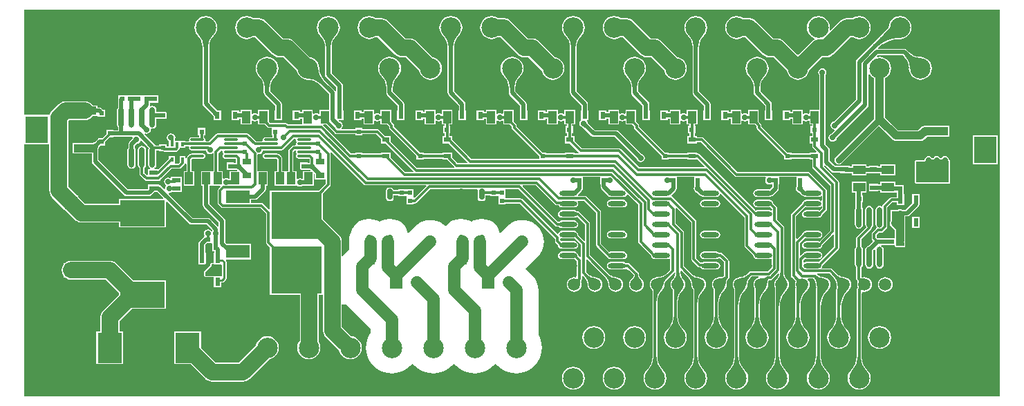
<source format=gtl>
%FSLAX44Y44*%
%MOMM*%
G71*
G01*
G75*
G04 Layer_Physical_Order=1*
G04 Layer_Color=255*
%ADD10C,0.3000*%
%ADD11C,0.5000*%
%ADD12O,2.1500X0.6000*%
%ADD13R,3.0000X1.6000*%
%ADD14R,6.2000X5.8000*%
%ADD15O,0.7000X2.5000*%
%ADD16R,2.7000X1.0000*%
%ADD17R,2.7000X3.3000*%
%ADD18R,0.6300X0.8300*%
%ADD19R,1.0000X1.5000*%
G04:AMPARAMS|DCode=20|XSize=0.6mm|YSize=1.3mm|CornerRadius=0.15mm|HoleSize=0mm|Usage=FLASHONLY|Rotation=180.000|XOffset=0mm|YOffset=0mm|HoleType=Round|Shape=RoundedRectangle|*
%AMROUNDEDRECTD20*
21,1,0.6000,1.0000,0,0,180.0*
21,1,0.3000,1.3000,0,0,180.0*
1,1,0.3000,-0.1500,0.5000*
1,1,0.3000,0.1500,0.5000*
1,1,0.3000,0.1500,-0.5000*
1,1,0.3000,-0.1500,-0.5000*
%
%ADD20ROUNDEDRECTD20*%
%ADD21R,5.5000X3.2000*%
%ADD22R,0.6000X0.6000*%
%ADD23R,0.6000X0.6000*%
%ADD24R,0.9000X0.6000*%
%ADD25R,0.8300X0.6300*%
%ADD26R,1.0000X0.8000*%
%ADD27R,1.5000X2.1000*%
%ADD28R,3.0000X3.7500*%
%ADD29R,1.5000X1.0000*%
%ADD30R,0.6000X1.1000*%
%ADD31O,1.7000X0.3000*%
%ADD32R,0.4500X0.6000*%
%ADD33R,1.1000X0.6000*%
%ADD34C,1.8000*%
%ADD35C,1.5000*%
%ADD36C,2.0000*%
%ADD37C,0.7500*%
%ADD38C,1.0000*%
%ADD39C,0.2600*%
%ADD40C,0.2500*%
%ADD41C,2.5000*%
%ADD42C,1.5000*%
%ADD43R,1.5000X1.5000*%
%ADD44C,6.0000*%
%ADD45C,1.6000*%
%ADD46C,0.7000*%
G36*
X244949Y304292D02*
X245632Y303460D01*
X245441Y302500D01*
X245674Y301329D01*
X246337Y300337D01*
Y299663D01*
X245674Y298671D01*
X245441Y297500D01*
X245674Y296330D01*
X246337Y295337D01*
X247330Y294674D01*
X248500Y294441D01*
X261233D01*
X261941Y293733D01*
Y289079D01*
X259500D01*
Y289500D01*
X250500D01*
Y280500D01*
X259500D01*
Y280922D01*
X262104D01*
X263049Y280290D01*
X263181Y280264D01*
X263057Y279000D01*
X254000D01*
Y270188D01*
X252880Y269589D01*
X251951Y270210D01*
X250000Y270598D01*
X248049Y270210D01*
X247120Y269589D01*
X246000Y270188D01*
Y279000D01*
X240559D01*
Y301233D01*
X243680Y304355D01*
X244949Y304292D01*
D02*
G37*
G36*
X334949Y304292D02*
X335632Y303460D01*
X335441Y302500D01*
X335674Y301330D01*
X336337Y300337D01*
Y299663D01*
X335674Y298671D01*
X335441Y297500D01*
X335674Y296330D01*
X336337Y295337D01*
X337330Y294674D01*
X338500Y294441D01*
X345500D01*
X345500Y294441D01*
X351233D01*
X351941Y293733D01*
Y289079D01*
X349500D01*
Y289500D01*
X340500D01*
Y280500D01*
X349500D01*
Y280922D01*
X352104D01*
X353049Y280290D01*
X353181Y280264D01*
X353057Y279000D01*
X344000D01*
Y269688D01*
X342880Y269089D01*
X341951Y269710D01*
X340000Y270098D01*
X338049Y269710D01*
X337120Y269089D01*
X336000Y269688D01*
Y279000D01*
X332059D01*
Y302733D01*
X333680Y304355D01*
X334949Y304292D01*
D02*
G37*
G36*
X335533Y317959D02*
X335441Y317500D01*
X335674Y316330D01*
X336337Y315337D01*
Y314663D01*
X335674Y313671D01*
X335441Y312500D01*
X335632Y311541D01*
X334827Y310559D01*
X332500D01*
X332500Y310559D01*
X331330Y310326D01*
X330337Y309663D01*
X330337Y309663D01*
X326837Y306163D01*
X326174Y305170D01*
X325941Y304000D01*
X325941Y304000D01*
Y279000D01*
X323000D01*
Y279000D01*
X322276Y279000D01*
X322000D01*
Y279000D01*
X322000D01*
X322000D01*
X318559D01*
Y294500D01*
X318326Y295671D01*
X318060Y296068D01*
X317663Y296663D01*
X317663Y296663D01*
X314663Y299663D01*
X313671Y300326D01*
X312500Y300559D01*
X312500Y300559D01*
X297500D01*
X296330Y300326D01*
X295337Y299663D01*
X294674Y298671D01*
X294441Y297500D01*
X294674Y296330D01*
X295337Y295337D01*
X296330Y294674D01*
X297500Y294441D01*
X311233D01*
X312441Y293233D01*
Y279000D01*
X309000D01*
Y261000D01*
X322000D01*
Y261000D01*
X323000Y261000D01*
Y261000D01*
X336000D01*
Y261000D01*
X336987Y261000D01*
X338049Y260290D01*
X340000Y259902D01*
X341951Y260290D01*
X342896Y260922D01*
X350000D01*
X350000Y260922D01*
X350394Y261000D01*
X357000D01*
Y275573D01*
X357444Y275757D01*
X358500Y275051D01*
Y268500D01*
X371500D01*
D01*
X371500D01*
X371941Y268059D01*
Y263767D01*
X363674Y255500D01*
X303400D01*
Y232335D01*
X302227Y231849D01*
X295163Y238913D01*
X294170Y239576D01*
X293000Y239809D01*
X293000Y239809D01*
X280600D01*
Y243782D01*
X285360D01*
X285360Y243782D01*
X286662Y244041D01*
X286921Y244092D01*
X288244Y244976D01*
X297384Y254116D01*
X297384Y254116D01*
X298268Y255439D01*
X298319Y255698D01*
X298578Y257000D01*
X298578Y257000D01*
Y261000D01*
X301000D01*
Y279000D01*
X288059D01*
Y299287D01*
X289041Y300093D01*
X290000Y299902D01*
X291951Y300290D01*
X293605Y301395D01*
X294710Y303049D01*
X294987Y304441D01*
X317500D01*
X317500Y304441D01*
X318671Y304674D01*
X319663Y305337D01*
X333267Y318941D01*
X334727D01*
X335533Y317959D01*
D02*
G37*
G36*
X382837Y325337D02*
X382837Y325337D01*
X383432Y324940D01*
X383830Y324674D01*
X385000Y324441D01*
X408000D01*
Y323000D01*
X417000D01*
Y324441D01*
X433733D01*
X439500Y318674D01*
Y313000D01*
X445174D01*
X478942Y279232D01*
X478456Y278059D01*
X469267D01*
X451500Y295826D01*
Y302000D01*
X439500D01*
Y300559D01*
X417000D01*
Y302000D01*
X408000D01*
Y300559D01*
X403017D01*
X368749Y334827D01*
X369235Y336000D01*
X372174D01*
X382837Y325337D01*
D02*
G37*
G36*
X1197176Y2824D02*
X2824D01*
Y311824D01*
X3000Y312000D01*
X3722Y312000D01*
X3722Y312000D01*
Y312000D01*
X32503D01*
X32503Y312000D01*
Y312000D01*
X33000Y312000D01*
X33401Y311599D01*
Y255000D01*
X33401Y255000D01*
X33612Y253393D01*
X33796Y251998D01*
X34475Y250359D01*
X34955Y249201D01*
X36798Y246798D01*
X51000Y232596D01*
Y231000D01*
X52596D01*
X64298Y219298D01*
X64298Y219298D01*
X65658Y218255D01*
X66701Y217455D01*
X69498Y216296D01*
X72500Y215901D01*
X72500Y215901D01*
X118500D01*
Y210000D01*
X176500D01*
Y241073D01*
X177673Y241559D01*
X204616Y214616D01*
X204616Y214616D01*
X205939Y213732D01*
X206198Y213681D01*
X207500Y213422D01*
X207500Y213422D01*
X225811D01*
X233092Y206140D01*
X232606Y204967D01*
X231865D01*
X231105Y206105D01*
X229451Y207210D01*
X227500Y207598D01*
X225549Y207210D01*
X223895Y206105D01*
X222790Y204451D01*
X222402Y202500D01*
X222790Y200549D01*
X223218Y199909D01*
X223000Y199500D01*
X223000D01*
X223000Y199500D01*
Y198475D01*
X222116Y197884D01*
X222116Y197884D01*
X217116Y192884D01*
X216232Y191561D01*
X216181Y191302D01*
X215922Y190000D01*
X215922Y190000D01*
Y172002D01*
X215922Y172002D01*
X216001Y171603D01*
Y164501D01*
X225001D01*
Y178501D01*
X224078D01*
Y188311D01*
X226268Y190500D01*
X232000D01*
Y190500D01*
X232102D01*
X233000Y189602D01*
Y189500D01*
X233000D01*
Y180500D01*
X235423D01*
Y178501D01*
X235001D01*
Y166624D01*
X233336D01*
X233182Y166560D01*
X233019Y166593D01*
X231762Y166342D01*
X231493Y166163D01*
X231176Y166100D01*
X230997Y165831D01*
X230728Y165652D01*
X230665Y165335D01*
X230486Y165067D01*
X230238Y163823D01*
X229623Y162901D01*
X223431Y156710D01*
X222956Y155562D01*
Y151399D01*
X223431Y150251D01*
X224329Y149353D01*
X225477Y148878D01*
X225501D01*
X225501Y148878D01*
X234501D01*
X235001Y147670D01*
Y136501D01*
X244001D01*
Y142196D01*
X245000D01*
X246073Y142410D01*
X246983Y143018D01*
X249483Y145518D01*
X250091Y146427D01*
X250304Y147500D01*
Y167500D01*
X250091Y168573D01*
X249483Y169483D01*
X249279Y169687D01*
X249765Y170860D01*
X280600D01*
Y189860D01*
X250908D01*
X249079Y191689D01*
Y217500D01*
X248768Y219061D01*
X247884Y220384D01*
X247884Y220384D01*
X229578Y238689D01*
Y261000D01*
X232000D01*
Y261000D01*
X233000Y261000D01*
Y261000D01*
X242515D01*
X243001Y259827D01*
X240337Y257163D01*
X239674Y256171D01*
X239441Y255000D01*
X239441Y255000D01*
Y240000D01*
X239441Y240000D01*
X239674Y238830D01*
X240337Y237837D01*
X243587Y234587D01*
X244580Y233924D01*
X245750Y233691D01*
X245750Y233691D01*
X291733D01*
X298691Y226733D01*
Y191650D01*
X298691Y191650D01*
X298924Y190480D01*
X299587Y189487D01*
X303400Y185674D01*
Y127000D01*
X340001D01*
Y71163D01*
X338771Y69560D01*
X337360Y66155D01*
X336879Y62500D01*
X337360Y58845D01*
X338771Y55440D01*
X341015Y52515D01*
X343940Y50271D01*
X347345Y48861D01*
X351000Y48379D01*
X354655Y48861D01*
X358060Y50271D01*
X360985Y52515D01*
X363229Y55440D01*
X364640Y58845D01*
X365121Y62500D01*
X364640Y66155D01*
X363229Y69560D01*
X363199Y69599D01*
Y127000D01*
X368400D01*
X368400Y127000D01*
D01*
X368401Y126999D01*
Y83455D01*
X368401Y83455D01*
X368796Y80453D01*
X369955Y77656D01*
X371798Y75253D01*
X385938Y61113D01*
X388078Y59471D01*
X388161Y58845D01*
X389571Y55440D01*
X391815Y52515D01*
X394740Y50271D01*
X398145Y48861D01*
X401800Y48379D01*
X405455Y48861D01*
X408861Y50271D01*
X411785Y52515D01*
X414029Y55440D01*
X415440Y58845D01*
X415921Y62500D01*
X415440Y66155D01*
X414029Y69560D01*
X411785Y72485D01*
X408861Y74729D01*
X405455Y76140D01*
X403168Y76441D01*
X402342Y77517D01*
X391599Y88260D01*
Y115500D01*
X397024D01*
X397704Y114704D01*
X426618Y85789D01*
Y80389D01*
X424447Y76845D01*
X422549Y72264D01*
X421392Y67443D01*
X421003Y62500D01*
X421392Y57557D01*
X422549Y52736D01*
X424447Y48155D01*
X427037Y43928D01*
X430257Y40157D01*
X434028Y36937D01*
X438255Y34347D01*
X442836Y32449D01*
X447657Y31292D01*
X452600Y30903D01*
X457543Y31292D01*
X462364Y32449D01*
X466945Y34347D01*
X471173Y36937D01*
X474943Y40157D01*
X477365Y42993D01*
X478635D01*
X481057Y40157D01*
X484828Y36937D01*
X489055Y34347D01*
X493636Y32449D01*
X498457Y31292D01*
X503400Y30903D01*
X508343Y31292D01*
X513164Y32449D01*
X517745Y34347D01*
X521973Y36937D01*
X525743Y40157D01*
X528165Y42993D01*
X529435D01*
X531857Y40157D01*
X535628Y36937D01*
X539855Y34347D01*
X544436Y32449D01*
X549257Y31292D01*
X554200Y30903D01*
X559143Y31292D01*
X563964Y32449D01*
X568545Y34347D01*
X572773Y36937D01*
X576543Y40157D01*
X578965Y42993D01*
X580235D01*
X582657Y40157D01*
X586428Y36937D01*
X590655Y34347D01*
X595236Y32449D01*
X600057Y31292D01*
X605000Y30903D01*
X609943Y31292D01*
X614764Y32449D01*
X619345Y34347D01*
X623573Y36937D01*
X627343Y40157D01*
X630563Y43928D01*
X633154Y48155D01*
X635051Y52736D01*
X636208Y57557D01*
X636598Y62500D01*
X636208Y67443D01*
X635051Y72264D01*
X633154Y76845D01*
X632182Y78431D01*
Y132900D01*
X631855Y137058D01*
X630881Y141114D01*
X629285Y144968D01*
X627105Y148525D01*
X624396Y151696D01*
X616843Y159250D01*
X631296Y173704D01*
X634005Y176876D01*
X636185Y180432D01*
X636652Y181561D01*
X637781Y184286D01*
X638566Y187557D01*
X638755Y188342D01*
X639082Y192500D01*
X638755Y196658D01*
X637781Y200714D01*
X636185Y204568D01*
X634005Y208125D01*
X631296Y211296D01*
X628125Y214005D01*
X624568Y216185D01*
X620714Y217781D01*
X616659Y218755D01*
X612500Y219082D01*
X608342Y218755D01*
X607557Y218566D01*
X604286Y217781D01*
X601561Y216652D01*
X600432Y216185D01*
X596876Y214005D01*
X593704Y211296D01*
X585752Y203344D01*
X584506Y203592D01*
X584185Y204368D01*
X584108Y204494D01*
X583231Y207383D01*
X581328Y210944D01*
X578766Y214066D01*
X575644Y216628D01*
X572083Y218531D01*
X568219Y219704D01*
X564200Y220099D01*
X561200D01*
X557181Y219704D01*
X553317Y218531D01*
X550000Y216758D01*
X546683Y218531D01*
X542819Y219704D01*
X538800Y220099D01*
X535800D01*
X531781Y219704D01*
X527917Y218531D01*
X524356Y216628D01*
X521234Y214066D01*
X519469Y211915D01*
X518204Y211803D01*
X515625Y214005D01*
X512068Y216185D01*
X508214Y217781D01*
X504159Y218755D01*
X500000Y219082D01*
X495842Y218755D01*
X495057Y218566D01*
X491786Y217781D01*
X489061Y216652D01*
X487932Y216185D01*
X484376Y214005D01*
X481204Y211296D01*
X473252Y203344D01*
X472006Y203592D01*
X471685Y204368D01*
X471608Y204494D01*
X470731Y207383D01*
X468828Y210944D01*
X466266Y214066D01*
X463144Y216628D01*
X459583Y218531D01*
X455719Y219704D01*
X451700Y220099D01*
X448700D01*
X444681Y219704D01*
X440817Y218531D01*
X437500Y216758D01*
X434183Y218531D01*
X430319Y219704D01*
X426300Y220099D01*
X423300D01*
X419281Y219704D01*
X415417Y218531D01*
X411856Y216628D01*
X408734Y214066D01*
X406172Y210944D01*
X404269Y207383D01*
X403392Y204494D01*
X403315Y204368D01*
X401719Y200514D01*
X400746Y196458D01*
X400418Y192300D01*
Y183511D01*
X397704Y180796D01*
X394995Y177625D01*
X393080Y174500D01*
X391599D01*
Y192500D01*
X391204Y195502D01*
X390045Y198300D01*
X388202Y200702D01*
X388202Y200702D01*
X368400Y220504D01*
Y251574D01*
X377163Y260337D01*
X377163Y260337D01*
X377826Y261330D01*
X378059Y262500D01*
Y300250D01*
X378059Y300250D01*
X377836Y301369D01*
X378956Y301968D01*
X418337Y262587D01*
X418337Y262587D01*
X419329Y261924D01*
X420500Y261691D01*
X494456D01*
X494942Y260518D01*
X480673Y246249D01*
X479500Y246735D01*
Y247000D01*
X479500D01*
X479500Y248000D01*
X479500Y248000D01*
Y248000D01*
Y257000D01*
X470500D01*
Y257000D01*
X469776Y257000D01*
X469500Y257000D01*
Y257000D01*
X469500D01*
X469500D01*
X460500D01*
Y255559D01*
X454747D01*
X454526Y256671D01*
X453863Y257663D01*
X452871Y258326D01*
X451700Y258559D01*
X448700D01*
X447530Y258326D01*
X446537Y257663D01*
X445874Y256671D01*
X445641Y255500D01*
Y245500D01*
X445874Y244330D01*
X446537Y243337D01*
X447530Y242674D01*
X448700Y242441D01*
X451700D01*
X452871Y242674D01*
X453863Y243337D01*
X454526Y244330D01*
X454759Y245500D01*
Y249441D01*
X460500D01*
Y248000D01*
X469500D01*
Y248000D01*
X470500Y248000D01*
Y247000D01*
X470500D01*
Y238000D01*
X479500D01*
Y239441D01*
X481250D01*
X481250Y239441D01*
X482421Y239674D01*
X483413Y240337D01*
X500017Y256941D01*
X557427D01*
X558233Y255959D01*
X558141Y255500D01*
Y245500D01*
X558374Y244330D01*
X559037Y243337D01*
X560030Y242674D01*
X561200Y242441D01*
X564200D01*
X565371Y242674D01*
X566363Y243337D01*
X567026Y244330D01*
X567259Y245500D01*
Y249441D01*
X573000D01*
Y248000D01*
X582000D01*
Y248000D01*
X583000Y248000D01*
Y247000D01*
X583000D01*
Y238000D01*
X592000D01*
Y239441D01*
X609233D01*
X652441Y196233D01*
Y193174D01*
X652441Y193174D01*
X652674Y192004D01*
X653337Y191011D01*
X656227Y188121D01*
X656511Y186694D01*
X657506Y185206D01*
X658994Y184211D01*
X660750Y183862D01*
X676250D01*
X678006Y184211D01*
X679494Y185206D01*
X680489Y186694D01*
X680838Y188450D01*
X680489Y190206D01*
X679494Y191695D01*
X678006Y192689D01*
X676250Y193038D01*
X660750D01*
X660092Y192908D01*
X658559Y194441D01*
Y195997D01*
X659540Y196803D01*
X660750Y196562D01*
X676250D01*
X676552Y196622D01*
X684441Y188733D01*
Y174044D01*
X683268Y173558D01*
X680779Y176047D01*
X680489Y177506D01*
X679494Y178994D01*
X678006Y179989D01*
X676250Y180338D01*
X660750D01*
X658994Y179989D01*
X657506Y178994D01*
X656511Y177506D01*
X656162Y175750D01*
X656511Y173994D01*
X657506Y172506D01*
X658994Y171511D01*
X660750Y171162D01*
X676250D01*
X676886Y171288D01*
X679441Y168733D01*
Y151163D01*
X678449Y148768D01*
X676100Y149078D01*
X673751Y148768D01*
X671561Y147861D01*
X669681Y146419D01*
X668239Y144539D01*
X667332Y142350D01*
X667022Y140000D01*
X667332Y137650D01*
X668239Y135461D01*
X669681Y133581D01*
X671561Y132139D01*
X673751Y131232D01*
X676100Y130922D01*
X678449Y131232D01*
X680639Y132139D01*
X682519Y133581D01*
X683961Y135461D01*
X684868Y137650D01*
X685178Y140000D01*
X684868Y142350D01*
X684544Y143132D01*
X684505Y143330D01*
X684557Y143431D01*
X684557D01*
X684595Y143701D01*
X684670Y144229D01*
X684670Y144230D01*
D01*
X684663Y144237D01*
X685326Y145230D01*
X685559Y146400D01*
X685559Y146400D01*
Y149956D01*
X686732Y150442D01*
X689094Y148080D01*
X689076Y148062D01*
X689076Y148062D01*
X689264Y147907D01*
X690936Y145728D01*
X692081Y142965D01*
X692447Y140185D01*
X692422Y140000D01*
X692732Y137650D01*
X693639Y135461D01*
X695081Y133581D01*
X696961Y132139D01*
X699150Y131232D01*
X701500Y130922D01*
X703849Y131232D01*
X706039Y132139D01*
X707919Y133581D01*
X709361Y135461D01*
X710268Y137650D01*
X710578Y140000D01*
X710268Y142350D01*
X709361Y144539D01*
X707919Y146419D01*
X706039Y147861D01*
X703849Y148768D01*
X701500Y149078D01*
X701315Y149053D01*
X698535Y149419D01*
X695772Y150564D01*
X693593Y152236D01*
X693438Y152424D01*
X693438Y152424D01*
X693420Y152406D01*
X690559Y155267D01*
Y170356D01*
X691732Y170842D01*
X714494Y148080D01*
X714476Y148062D01*
X714476Y148062D01*
X714664Y147907D01*
X716336Y145728D01*
X717481Y142965D01*
X717847Y140185D01*
X717822Y140000D01*
X718132Y137650D01*
X719038Y135461D01*
X720481Y133581D01*
X722361Y132139D01*
X724550Y131232D01*
X726900Y130922D01*
X729249Y131232D01*
X731439Y132139D01*
X733319Y133581D01*
X734761Y135461D01*
X735668Y137650D01*
X735978Y140000D01*
X735668Y142350D01*
X734761Y144539D01*
X733319Y146419D01*
X731439Y147861D01*
X729249Y148768D01*
X726900Y149078D01*
X726715Y149053D01*
X723935Y149419D01*
X721172Y150564D01*
X718993Y152236D01*
X718839Y152424D01*
X718839Y152424D01*
X718820Y152406D01*
X695559Y175667D01*
Y214750D01*
X695559Y214750D01*
X695326Y215920D01*
X694663Y216913D01*
X694663Y216913D01*
X682863Y228713D01*
X681870Y229376D01*
X680700Y229609D01*
X680700Y229609D01*
X679619D01*
X679494Y229795D01*
X678006Y230789D01*
X676250Y231138D01*
X660750D01*
X658994Y230789D01*
X657506Y229795D01*
X656511Y228306D01*
X656162Y226550D01*
X656511Y224794D01*
X657506Y223306D01*
X658994Y222311D01*
X660750Y221962D01*
X676250D01*
X678006Y222311D01*
X679494Y223306D01*
X679607Y223317D01*
X689441Y213483D01*
Y194044D01*
X688268Y193558D01*
X680811Y201015D01*
X680838Y201150D01*
X680489Y202906D01*
X679494Y204394D01*
X678006Y205389D01*
X676250Y205738D01*
X660750D01*
X658994Y205389D01*
X657506Y204394D01*
X656511Y202906D01*
X656427Y202483D01*
X655212Y202114D01*
X612663Y244663D01*
X611670Y245326D01*
X610500Y245559D01*
X610500Y245559D01*
X592000D01*
Y247000D01*
X592000D01*
X592000Y248000D01*
X592000Y248000D01*
Y248000D01*
Y256941D01*
X607733D01*
X652837Y211837D01*
X652837Y211837D01*
X653829Y211174D01*
X655000Y210941D01*
X657282D01*
X657506Y210606D01*
X658994Y209611D01*
X660750Y209262D01*
X676250D01*
X678006Y209611D01*
X679494Y210606D01*
X680489Y212094D01*
X680838Y213850D01*
X680489Y215606D01*
X679494Y217094D01*
X678006Y218089D01*
X676250Y218438D01*
X660750D01*
X658994Y218089D01*
X657506Y217094D01*
X657482Y217059D01*
X656267D01*
X612808Y260518D01*
X613294Y261691D01*
X628983D01*
X652587Y238087D01*
X652587Y238087D01*
X653579Y237424D01*
X654750Y237191D01*
X654750Y237191D01*
X656714D01*
X657506Y236006D01*
X658994Y235011D01*
X660750Y234662D01*
X676250D01*
X678006Y235011D01*
X679494Y236006D01*
X680489Y237494D01*
X680838Y239250D01*
X680489Y241006D01*
X680278Y241321D01*
X680877Y242441D01*
X688233D01*
X702941Y227733D01*
Y189000D01*
X702941Y189000D01*
X703174Y187830D01*
X703837Y186837D01*
X716469Y174205D01*
X716511Y173994D01*
X717506Y172506D01*
X718994Y171511D01*
X720750Y171162D01*
X736250D01*
X738006Y171511D01*
X739494Y172506D01*
X740489Y173994D01*
X740838Y175750D01*
X740489Y177506D01*
X739494Y178995D01*
X738006Y179989D01*
X736250Y180338D01*
X720750D01*
X719280Y180046D01*
X709059Y190267D01*
Y229000D01*
X709059Y229000D01*
X708826Y230171D01*
X708163Y231163D01*
X691663Y247663D01*
X690671Y248326D01*
X689500Y248559D01*
X689500Y248559D01*
X680986D01*
X680500Y249732D01*
X685384Y254616D01*
X686268Y255939D01*
X686320Y256198D01*
X686579Y257500D01*
X686578Y257500D01*
Y263000D01*
X687000D01*
Y271941D01*
X708000D01*
Y263000D01*
X708422D01*
Y260000D01*
X708422Y260000D01*
X708681Y258698D01*
X708732Y258439D01*
X709616Y257116D01*
X716505Y250228D01*
X716511Y250194D01*
X717506Y248706D01*
X718994Y247711D01*
X720750Y247362D01*
X736250D01*
X738006Y247711D01*
X739494Y248706D01*
X740489Y250194D01*
X740515Y250325D01*
X741730Y250694D01*
X754441Y237983D01*
Y192500D01*
X754441Y192500D01*
X754674Y191330D01*
X755337Y190337D01*
X770221Y175453D01*
X770511Y173994D01*
X771506Y172506D01*
X772994Y171511D01*
X774750Y171162D01*
X790250D01*
X792006Y171511D01*
X792321Y171722D01*
X793441Y171123D01*
Y157767D01*
X789706Y154032D01*
X789706Y154032D01*
X789706Y154032D01*
D01*
X789706D01*
Y154032D01*
X789609Y153934D01*
X787141Y151909D01*
X784203Y150339D01*
X781015Y149372D01*
X777841Y149059D01*
X777700Y149078D01*
X775350Y148768D01*
X773161Y147861D01*
X771281Y146419D01*
X769839Y144539D01*
X768932Y142350D01*
X768622Y140000D01*
X768932Y137650D01*
X769839Y135461D01*
X771281Y133581D01*
X771276Y133576D01*
X771749Y132868D01*
X771915Y132033D01*
X771941D01*
Y126599D01*
X771906Y126239D01*
X771941D01*
Y119299D01*
X771918Y118997D01*
X771941D01*
Y51557D01*
X771909D01*
X771941Y51142D01*
Y51098D01*
X771534Y46964D01*
X770194Y42547D01*
X768019Y38477D01*
X765388Y35271D01*
X765015Y34985D01*
X762771Y32060D01*
X761360Y28655D01*
X760879Y25000D01*
X761360Y21345D01*
X762771Y17940D01*
X765015Y15015D01*
X767940Y12771D01*
X771345Y11360D01*
X775000Y10879D01*
X778655Y11360D01*
X782060Y12771D01*
X784985Y15015D01*
X787229Y17940D01*
X788640Y21345D01*
X789121Y25000D01*
X788640Y28655D01*
X787229Y32060D01*
X784985Y34985D01*
X784613Y35271D01*
X781981Y38477D01*
X779806Y42547D01*
X778466Y46964D01*
X778059Y51098D01*
Y51142D01*
X778092Y51557D01*
X778059D01*
Y119315D01*
X778425Y123030D01*
X779601Y126909D01*
X781512Y130484D01*
X783944Y133447D01*
X784119Y133581D01*
X785562Y135461D01*
X786468Y137650D01*
X786778Y140000D01*
X786752Y140195D01*
X787164Y142265D01*
X788317Y143992D01*
X788479Y144153D01*
X788479Y144153D01*
Y144153D01*
D01*
D01*
D01*
X788479Y144153D01*
D01*
D01*
X788784Y144458D01*
X788923Y144572D01*
X788911Y144585D01*
D01*
Y144585D01*
X793653Y149328D01*
X794069Y149669D01*
X794032Y149706D01*
X794032Y149706D01*
X798663Y154337D01*
X798663Y154337D01*
X798762Y154485D01*
X799077Y154485D01*
X799278Y154435D01*
X800027Y154153D01*
X799681Y151520D01*
X798536Y148757D01*
X796829Y146532D01*
X796681Y146419D01*
X795238Y144539D01*
X794332Y142350D01*
X794022Y140000D01*
X794332Y137650D01*
X795238Y135461D01*
X796681Y133581D01*
X796702Y133565D01*
X796937Y132998D01*
X796941D01*
Y132960D01*
X796883Y132516D01*
X796941D01*
Y125700D01*
X796899Y125274D01*
X796941D01*
Y118387D01*
X796913Y118031D01*
X796941D01*
Y101557D01*
X796909D01*
X796941Y101142D01*
Y101098D01*
X796534Y96964D01*
X795194Y92547D01*
X793019Y88477D01*
X790388Y85271D01*
X790015Y84985D01*
X787771Y82060D01*
X786360Y78655D01*
X785879Y75000D01*
X786360Y71345D01*
X787771Y67940D01*
X790015Y65015D01*
X792940Y62771D01*
X796345Y61361D01*
X800000Y60879D01*
X803655Y61361D01*
X807060Y62771D01*
X809985Y65015D01*
X812229Y67940D01*
X813640Y71345D01*
X814121Y75000D01*
X813640Y78655D01*
X812229Y82060D01*
X809985Y84985D01*
X809613Y85271D01*
X806981Y88477D01*
X804806Y92547D01*
X803466Y96964D01*
X803059Y101098D01*
Y101142D01*
X803092Y101557D01*
X803059D01*
Y118416D01*
X803445Y122332D01*
X804699Y126468D01*
X806737Y130280D01*
X809321Y133429D01*
X809519Y133581D01*
X810961Y135461D01*
X811868Y137650D01*
X812178Y140000D01*
X811868Y142350D01*
X810961Y144539D01*
X809519Y146419D01*
X809371Y146532D01*
X807664Y148757D01*
X806519Y151520D01*
X806161Y154244D01*
X806185Y154485D01*
X806159D01*
Y156356D01*
X807332Y156842D01*
X816076Y148098D01*
Y148062D01*
Y148062D01*
X816264Y147907D01*
X817936Y145728D01*
X819081Y142965D01*
X819447Y140185D01*
X819422Y140000D01*
X819732Y137650D01*
X820639Y135461D01*
X821941Y133763D01*
Y131688D01*
X821928Y131551D01*
X821941D01*
Y124801D01*
X821893Y124308D01*
X821941D01*
Y117475D01*
X821909Y117065D01*
X821941D01*
Y51557D01*
X821909D01*
X821941Y51142D01*
Y51098D01*
X821534Y46964D01*
X820194Y42547D01*
X818019Y38477D01*
X815388Y35271D01*
X815015Y34985D01*
X812771Y32060D01*
X811360Y28655D01*
X810879Y25000D01*
X811360Y21345D01*
X812771Y17940D01*
X815015Y15015D01*
X817940Y12771D01*
X821345Y11360D01*
X825000Y10879D01*
X828655Y11360D01*
X832060Y12771D01*
X834985Y15015D01*
X837229Y17940D01*
X838640Y21345D01*
X839121Y25000D01*
X838640Y28655D01*
X837229Y32060D01*
X834985Y34985D01*
X834613Y35271D01*
X831981Y38477D01*
X829806Y42547D01*
X828466Y46964D01*
X828059Y51098D01*
Y51142D01*
X828092Y51557D01*
X828059D01*
Y117518D01*
X828464Y121634D01*
X829797Y126028D01*
X831961Y130077D01*
X834698Y133412D01*
X834919Y133581D01*
X836361Y135461D01*
X837268Y137650D01*
X837578Y140000D01*
X837268Y142350D01*
X836361Y144539D01*
X834919Y146419D01*
X833039Y147861D01*
X830850Y148768D01*
X828500Y149078D01*
X828315Y149053D01*
X825535Y149419D01*
X822772Y150564D01*
X820593Y152236D01*
X820439Y152424D01*
X820420Y152406D01*
X810659Y162167D01*
Y203764D01*
X810426Y204935D01*
X809763Y205927D01*
X809763Y205927D01*
X800559Y215131D01*
Y232500D01*
X800427Y233160D01*
X801547Y233759D01*
X819441Y215865D01*
Y171250D01*
X819441Y171250D01*
X819674Y170079D01*
X820337Y169087D01*
X827537Y161887D01*
X827537Y161887D01*
X828132Y161490D01*
X828529Y161224D01*
X829700Y160991D01*
X830714D01*
X831506Y159806D01*
X832994Y158811D01*
X834750Y158462D01*
X850250D01*
X852006Y158811D01*
X853494Y159806D01*
X854489Y161294D01*
X854838Y163050D01*
X854489Y164806D01*
X853494Y166294D01*
X852006Y167289D01*
X850250Y167638D01*
X834750D01*
X832994Y167289D01*
X832725Y167109D01*
X830967D01*
X825559Y172517D01*
Y217132D01*
X825326Y218303D01*
X824663Y219295D01*
X824663Y219295D01*
X796545Y247413D01*
X795553Y248076D01*
X795487Y248089D01*
X795421Y248188D01*
X795080Y249312D01*
X800384Y254616D01*
X801268Y255939D01*
X801320Y256198D01*
X801579Y257500D01*
X801579Y257500D01*
Y263000D01*
X802000D01*
Y271941D01*
X823000D01*
Y263000D01*
X823422D01*
Y260396D01*
X822790Y259451D01*
X822402Y257500D01*
X822790Y255549D01*
X823895Y253895D01*
X825549Y252790D01*
X826664Y252568D01*
X830166Y249066D01*
X830166Y249066D01*
X831489Y248182D01*
X832628Y247956D01*
X832994Y247711D01*
X834750Y247362D01*
X850250D01*
X852006Y247711D01*
X853494Y248706D01*
X854489Y250194D01*
X854598Y250742D01*
X855813Y251111D01*
X884441Y222483D01*
Y187500D01*
X884441Y187500D01*
X884674Y186330D01*
X885337Y185337D01*
X895221Y175453D01*
X895511Y173994D01*
X896506Y172506D01*
X897994Y171511D01*
X899750Y171162D01*
X915250D01*
X917006Y171511D01*
X917071Y171555D01*
X918191Y170956D01*
Y160767D01*
X913483Y156059D01*
X892300D01*
X891130Y155826D01*
X890137Y155163D01*
X887380Y152406D01*
X887362Y152424D01*
X887207Y152236D01*
X885028Y150564D01*
X882265Y149419D01*
X879485Y149053D01*
X879300Y149078D01*
X876951Y148768D01*
X874761Y147861D01*
X872881Y146419D01*
X871439Y144539D01*
X870532Y142350D01*
X870222Y140000D01*
X870532Y137650D01*
X871439Y135461D01*
X871941Y134806D01*
Y129891D01*
X871915Y129619D01*
X871941D01*
Y123004D01*
X871880Y122377D01*
X871941D01*
Y115651D01*
X871901Y115134D01*
X871941D01*
Y51557D01*
X871909D01*
X871941Y51142D01*
Y51098D01*
X871534Y46964D01*
X870194Y42547D01*
X868019Y38477D01*
X865388Y35271D01*
X865015Y34985D01*
X862771Y32060D01*
X861360Y28655D01*
X860879Y25000D01*
X861360Y21345D01*
X862771Y17940D01*
X865015Y15015D01*
X867940Y12771D01*
X871345Y11360D01*
X875000Y10879D01*
X878655Y11360D01*
X882060Y12771D01*
X884985Y15015D01*
X887229Y17940D01*
X888640Y21345D01*
X889121Y25000D01*
X888640Y28655D01*
X887229Y32060D01*
X884985Y34985D01*
X884613Y35271D01*
X881981Y38477D01*
X879806Y42547D01*
X878466Y46964D01*
X878059Y51098D01*
Y51142D01*
X878092Y51557D01*
X878059D01*
Y115720D01*
X878504Y120239D01*
X879993Y125147D01*
X882411Y129670D01*
X885452Y133377D01*
X885719Y133581D01*
X887161Y135461D01*
X888068Y137650D01*
X888378Y140000D01*
X888353Y140185D01*
X888719Y142965D01*
X889864Y145728D01*
X891536Y147907D01*
X891724Y148062D01*
X891705Y148080D01*
X893567Y149941D01*
X901927D01*
X902175Y148696D01*
X900161Y147861D01*
X898281Y146419D01*
X896839Y144539D01*
X895932Y142350D01*
X895622Y140000D01*
X895932Y137650D01*
X896839Y135461D01*
X896946Y135322D01*
X896941Y135300D01*
X896941Y135300D01*
Y128992D01*
X896908Y128653D01*
X896941D01*
Y121697D01*
X896919Y121411D01*
X896941D01*
Y114739D01*
X896897Y114168D01*
X896941D01*
Y101557D01*
X896909D01*
X896941Y101142D01*
Y101098D01*
X896534Y96964D01*
X895194Y92547D01*
X893019Y88477D01*
X890388Y85271D01*
X890015Y84985D01*
X887771Y82060D01*
X886360Y78655D01*
X885879Y75000D01*
X886360Y71345D01*
X887771Y67940D01*
X890015Y65015D01*
X892940Y62771D01*
X896345Y61361D01*
X900000Y60879D01*
X903655Y61361D01*
X907060Y62771D01*
X909985Y65015D01*
X912229Y67940D01*
X913640Y71345D01*
X914121Y75000D01*
X913640Y78655D01*
X912229Y82060D01*
X909985Y84985D01*
X909613Y85271D01*
X906981Y88477D01*
X904806Y92547D01*
X903466Y96964D01*
X903059Y101098D01*
Y101142D01*
X903092Y101557D01*
X903059D01*
Y114378D01*
X903381Y118469D01*
X904388Y122663D01*
X906039Y126648D01*
X908292Y130326D01*
X910984Y133478D01*
X911119Y133581D01*
X912561Y135461D01*
X913468Y137650D01*
X913778Y140000D01*
X913680Y140742D01*
X913700Y140841D01*
X913638Y141151D01*
X913728Y141277D01*
X913728Y141277D01*
X913563Y142107D01*
X914022Y144414D01*
X914708Y145441D01*
X916614D01*
X916614Y145441D01*
X917785Y145674D01*
X918777Y146337D01*
X925819Y153379D01*
X926958Y152818D01*
X926817Y151749D01*
X925621Y148861D01*
X923842Y146543D01*
X923681Y146419D01*
X922238Y144539D01*
X921332Y142350D01*
X921022Y140000D01*
X921332Y137650D01*
X922113Y135764D01*
X921941Y134900D01*
X921941Y134900D01*
Y128094D01*
X921901Y127688D01*
X921941D01*
Y120785D01*
X921915Y120445D01*
X921941D01*
Y113827D01*
X921892Y113202D01*
X921941D01*
Y51557D01*
X921909D01*
X921941Y51142D01*
Y51098D01*
X921534Y46964D01*
X920194Y42547D01*
X918019Y38477D01*
X915388Y35271D01*
X915015Y34985D01*
X912771Y32060D01*
X911360Y28655D01*
X910879Y25000D01*
X911360Y21345D01*
X912771Y17940D01*
X915015Y15015D01*
X917940Y12771D01*
X921345Y11360D01*
X925000Y10879D01*
X928655Y11360D01*
X932060Y12771D01*
X934985Y15015D01*
X937229Y17940D01*
X938640Y21345D01*
X939121Y25000D01*
X938640Y28655D01*
X937229Y32060D01*
X934985Y34985D01*
X934613Y35271D01*
X931981Y38477D01*
X929806Y42547D01*
X928466Y46964D01*
X928059Y51098D01*
Y51142D01*
X928092Y51557D01*
X928059D01*
Y113466D01*
X928393Y117717D01*
X929451Y122121D01*
X931184Y126304D01*
X933550Y130166D01*
X936368Y133465D01*
X936519Y133581D01*
X937961Y135461D01*
X938868Y137650D01*
X939178Y140000D01*
X938868Y142350D01*
X937961Y144539D01*
X936519Y146419D01*
X936384Y146522D01*
X934749Y148653D01*
X933656Y151292D01*
X933309Y153930D01*
Y154560D01*
X933337Y154847D01*
X933309D01*
Y209750D01*
X933309Y209750D01*
X933076Y210921D01*
X932413Y211913D01*
X932413Y211913D01*
X924480Y219846D01*
Y233579D01*
X924480Y233579D01*
X924247Y234750D01*
X923584Y235742D01*
X923584Y235742D01*
X919779Y239546D01*
X919489Y241006D01*
X918494Y242494D01*
X917006Y243489D01*
X915250Y243838D01*
X899750D01*
X897994Y243489D01*
X896506Y242494D01*
X895511Y241006D01*
X895162Y239250D01*
X895511Y237494D01*
X896506Y236006D01*
X897994Y235011D01*
X899750Y234662D01*
X915250D01*
X915886Y234788D01*
X918314Y232361D01*
X918127Y231105D01*
X917242Y230631D01*
X917006Y230789D01*
X915250Y231138D01*
X899750D01*
X898447Y230879D01*
X829663Y299663D01*
X828671Y300326D01*
X827500Y300559D01*
X827500Y300559D01*
X826500D01*
Y302000D01*
X814500D01*
Y300559D01*
X792000D01*
Y302000D01*
X787083D01*
X755559Y333525D01*
Y335000D01*
X755326Y336171D01*
X754663Y337163D01*
X752000Y339826D01*
Y354000D01*
X739000D01*
Y349688D01*
X737880Y349089D01*
X736951Y349710D01*
X735000Y350098D01*
X733049Y349710D01*
X732120Y349089D01*
X731000Y349688D01*
Y354000D01*
X718000D01*
Y351578D01*
X715750D01*
Y353150D01*
X706450D01*
Y341850D01*
X715750D01*
Y343422D01*
X718000D01*
Y336000D01*
X731000D01*
Y340312D01*
X732120Y340911D01*
X733049Y340290D01*
X735000Y339902D01*
X736951Y340290D01*
X737880Y340911D01*
X739000Y340312D01*
Y336000D01*
X747174D01*
X749441Y333733D01*
Y332258D01*
X749441Y332257D01*
X749674Y331087D01*
X750337Y330095D01*
X783000Y297432D01*
Y293000D01*
X792000D01*
Y294441D01*
X814500D01*
Y293000D01*
X826500D01*
X826500Y293000D01*
Y293000D01*
X827330Y293344D01*
X835942Y284732D01*
X835456Y283559D01*
X755767D01*
X733163Y306163D01*
X732170Y306826D01*
X731000Y307059D01*
X731000Y307059D01*
X685267D01*
X676500Y315826D01*
Y322000D01*
X673559D01*
Y325500D01*
X674500D01*
Y334500D01*
X673559D01*
Y336000D01*
X677000D01*
Y354000D01*
X664000D01*
Y349688D01*
X662880Y349089D01*
X661951Y349710D01*
X660000Y350098D01*
X658049Y349710D01*
X657120Y349089D01*
X656000Y349688D01*
Y354000D01*
X643000D01*
Y351578D01*
X640750D01*
Y353150D01*
X631450D01*
Y341850D01*
X640750D01*
Y343422D01*
X643000D01*
Y336000D01*
X656000D01*
Y340312D01*
X657120Y340911D01*
X658049Y340290D01*
X660000Y339902D01*
X661951Y340290D01*
X662880Y340911D01*
X664000Y340312D01*
Y336000D01*
X667441D01*
Y334500D01*
X665500D01*
Y325500D01*
X667441D01*
Y322000D01*
X664500D01*
Y313000D01*
X670674D01*
X681837Y301837D01*
X681932Y301774D01*
X681563Y300559D01*
X676500D01*
Y302000D01*
X664500D01*
Y300559D01*
X642000D01*
Y302000D01*
X637083D01*
X605559Y333525D01*
Y335000D01*
X605326Y336171D01*
X604663Y337163D01*
X602000Y339826D01*
Y354000D01*
X589000D01*
Y349688D01*
X587880Y349089D01*
X586951Y349710D01*
X585000Y350098D01*
X583049Y349710D01*
X582120Y349089D01*
X581000Y349688D01*
Y354000D01*
X568000D01*
Y351578D01*
X565750D01*
Y353150D01*
X556450D01*
Y341850D01*
X565750D01*
Y343422D01*
X568000D01*
Y336000D01*
X581000D01*
Y340312D01*
X582120Y340911D01*
X583049Y340290D01*
X585000Y339902D01*
X586951Y340290D01*
X587880Y340911D01*
X589000Y340312D01*
Y336000D01*
X597174D01*
X599441Y333733D01*
Y332258D01*
X599441Y332257D01*
X599674Y331087D01*
X600337Y330095D01*
X633000Y297432D01*
Y294059D01*
X550267D01*
X526500Y317826D01*
Y322000D01*
X523559D01*
Y325500D01*
X524500D01*
Y334500D01*
X523559D01*
Y336000D01*
X527000D01*
Y354000D01*
X514000D01*
Y349688D01*
X512880Y349089D01*
X511951Y349710D01*
X510000Y350098D01*
X508049Y349710D01*
X507120Y349089D01*
X506000Y349688D01*
Y354000D01*
X493000D01*
Y351578D01*
X490750D01*
Y353150D01*
X481450D01*
Y341850D01*
X490750D01*
Y343422D01*
X493000D01*
Y336000D01*
X506000D01*
Y340312D01*
X507120Y340911D01*
X508049Y340290D01*
X510000Y339902D01*
X511951Y340290D01*
X512880Y340911D01*
X514000Y340312D01*
Y336000D01*
X517441D01*
Y334500D01*
X515500D01*
Y325500D01*
X517441D01*
Y322000D01*
X514500D01*
Y313000D01*
X522674D01*
X545442Y290232D01*
X544956Y289059D01*
X533267D01*
X526500Y295826D01*
Y302000D01*
X514500D01*
Y300559D01*
X492000D01*
Y302000D01*
X487076D01*
X455559Y333517D01*
Y335000D01*
X455326Y336171D01*
X454663Y337163D01*
X454663Y337163D01*
X452000Y339826D01*
Y354000D01*
X439000D01*
Y349688D01*
X437880Y349089D01*
X436951Y349710D01*
X435000Y350098D01*
X433049Y349710D01*
X432120Y349089D01*
X431000Y349688D01*
Y354000D01*
X418000D01*
Y351578D01*
X415750D01*
Y353150D01*
X406450D01*
Y341850D01*
X415750D01*
Y343422D01*
X418000D01*
Y336000D01*
X431000D01*
Y340312D01*
X432120Y340911D01*
X433049Y340290D01*
X435000Y339902D01*
X436951Y340290D01*
X437880Y340911D01*
X439000Y340312D01*
Y336000D01*
X447174D01*
X449441Y333733D01*
Y332250D01*
X449441Y332250D01*
X449674Y331079D01*
X450337Y330087D01*
X483000Y297424D01*
Y293000D01*
X492000D01*
Y294441D01*
X514500D01*
Y293000D01*
X520674D01*
X529129Y284545D01*
X529005Y283281D01*
X528672Y283059D01*
X483767D01*
X451500Y315326D01*
Y322000D01*
X444826D01*
X437163Y329663D01*
X436171Y330326D01*
X435000Y330559D01*
X435000Y330559D01*
X417000D01*
Y332000D01*
X408000D01*
Y330559D01*
X391893D01*
X391294Y331679D01*
X392210Y333049D01*
X392598Y335000D01*
X392210Y336951D01*
X391105Y338605D01*
X389451Y339710D01*
X388344Y339930D01*
X387746Y341050D01*
X388077Y341850D01*
X393550D01*
Y353150D01*
X392979D01*
Y383600D01*
X392979Y383600D01*
X392719Y384902D01*
X392668Y385161D01*
X391784Y386484D01*
X379078Y399189D01*
Y430858D01*
X379087D01*
X379078Y430968D01*
Y431347D01*
X379417Y434782D01*
X380561Y438554D01*
X382420Y442032D01*
X384670Y444773D01*
X384985Y445015D01*
X387229Y447940D01*
X388640Y451345D01*
X389121Y455000D01*
X388640Y458655D01*
X387229Y462061D01*
X384985Y464985D01*
X382061Y467229D01*
X378655Y468640D01*
X375000Y469121D01*
X371345Y468640D01*
X367940Y467229D01*
X365015Y464985D01*
X362771Y462061D01*
X361361Y458655D01*
X360879Y455000D01*
X361361Y451345D01*
X362771Y447940D01*
X365015Y445015D01*
X365331Y444773D01*
X367580Y442032D01*
X369439Y438554D01*
X370584Y434782D01*
X370922Y431347D01*
Y430968D01*
X370913Y430858D01*
X370922D01*
Y397500D01*
X370922Y397500D01*
X371181Y396198D01*
X371232Y395939D01*
X372116Y394616D01*
X384822Y381911D01*
Y377171D01*
X383606Y376803D01*
X382884Y377884D01*
X382884Y377884D01*
X369955Y390813D01*
X369955Y390813D01*
X369961Y390819D01*
X369877Y390891D01*
X369609Y391159D01*
X367420Y393826D01*
X365561Y397304D01*
X364417Y401076D01*
X364069Y404606D01*
X364121Y405000D01*
X363640Y408655D01*
X362229Y412061D01*
X359985Y414985D01*
X357061Y417229D01*
X353655Y418640D01*
X352629Y418775D01*
X333202Y438202D01*
X330800Y440045D01*
X328002Y441204D01*
X325000Y441599D01*
X325000Y441599D01*
X319804D01*
X298202Y463202D01*
X295800Y465045D01*
X293002Y466204D01*
X290000Y466599D01*
X290000Y466599D01*
X282881D01*
X282061Y467229D01*
X278655Y468640D01*
X275000Y469121D01*
X271345Y468640D01*
X267940Y467229D01*
X265015Y464985D01*
X262771Y462061D01*
X261360Y458655D01*
X260879Y455000D01*
X261360Y451345D01*
X262771Y447940D01*
X265015Y445015D01*
X267940Y442771D01*
X271345Y441361D01*
X275000Y440879D01*
X278655Y441361D01*
X282061Y442771D01*
X282881Y443401D01*
X285195D01*
X306798Y421798D01*
X306798Y421798D01*
X309200Y419955D01*
X311998Y418796D01*
X315000Y418401D01*
X315000Y418401D01*
X320196D01*
X336226Y402371D01*
X336361Y401345D01*
X337771Y397940D01*
X340015Y395015D01*
X342940Y392771D01*
X346345Y391361D01*
X350000Y390879D01*
X350394Y390931D01*
X353924Y390583D01*
X357697Y389439D01*
X361174Y387580D01*
X363841Y385391D01*
X364110Y385123D01*
X364181Y385039D01*
X364187Y385045D01*
X364188Y385045D01*
X375922Y373311D01*
Y354000D01*
X364000D01*
Y349688D01*
X362880Y349089D01*
X361951Y349710D01*
X360000Y350098D01*
X358049Y349710D01*
X357120Y349089D01*
X356000Y349688D01*
Y354000D01*
X343000D01*
Y351578D01*
X340750D01*
Y353150D01*
X331450D01*
Y341850D01*
X340750D01*
Y343422D01*
X343000D01*
Y336059D01*
X325767D01*
X324663Y337163D01*
X323671Y337826D01*
X322500Y338059D01*
X322500Y338059D01*
X303767D01*
X302000Y339826D01*
Y354000D01*
X289000D01*
Y349688D01*
X287880Y349089D01*
X286951Y349710D01*
X285000Y350098D01*
X283049Y349710D01*
X282120Y349089D01*
X281000Y349688D01*
Y354000D01*
X268000D01*
Y351578D01*
X265750D01*
Y353150D01*
X256450D01*
Y341850D01*
X265750D01*
Y343422D01*
X268000D01*
Y336000D01*
X281000D01*
Y340312D01*
X282120Y340911D01*
X283049Y340290D01*
X285000Y339902D01*
X286951Y340290D01*
X287880Y340911D01*
X289000Y340312D01*
Y336000D01*
X297174D01*
X300337Y332837D01*
X300337Y332837D01*
X301330Y332174D01*
X302500Y331941D01*
X302500Y331941D01*
X305500D01*
Y323000D01*
X306941D01*
Y320559D01*
X297500D01*
X296330Y320326D01*
X295337Y319663D01*
X294674Y318671D01*
X294441Y317500D01*
X294632Y316541D01*
X293827Y315559D01*
X286267D01*
X277663Y324163D01*
X276671Y324826D01*
X275500Y325059D01*
X275500Y325059D01*
X239500D01*
X239500Y325059D01*
X238330Y324826D01*
X237337Y324163D01*
X228733Y315559D01*
X225174D01*
X224368Y316541D01*
X224559Y317500D01*
X224326Y318671D01*
X223663Y319663D01*
X223059Y320067D01*
Y323000D01*
X224500D01*
Y332000D01*
X215500D01*
Y323000D01*
X216941D01*
Y320559D01*
X207500D01*
X206330Y320326D01*
X205337Y319663D01*
X204674Y318671D01*
X204441Y317500D01*
X204632Y316541D01*
X203827Y315559D01*
X200250D01*
Y316500D01*
X187522D01*
X186923Y317620D01*
X187210Y318049D01*
X187598Y320000D01*
X187210Y321951D01*
X186105Y323605D01*
X184451Y324710D01*
X182500Y325098D01*
X180549Y324710D01*
X178895Y323605D01*
X177790Y321951D01*
X177402Y320000D01*
X177790Y318049D01*
X178895Y316395D01*
X179750Y315824D01*
Y309059D01*
X177000D01*
Y312000D01*
X168000D01*
Y310559D01*
X163135D01*
X162484Y311534D01*
X149640Y324378D01*
X150446Y325359D01*
X150549Y325290D01*
X152500Y324902D01*
X154451Y325290D01*
X156105Y326395D01*
X157210Y328049D01*
X157598Y330000D01*
X157552Y330233D01*
X158450Y331131D01*
X159600Y330902D01*
X161551Y331290D01*
X163205Y332395D01*
X164310Y334049D01*
X164698Y336000D01*
Y343422D01*
X168000D01*
Y343000D01*
X177000D01*
Y352000D01*
X168000D01*
Y351578D01*
X164698D01*
Y354000D01*
X164310Y355951D01*
X163205Y357605D01*
X161551Y358710D01*
X159600Y359098D01*
X157649Y358710D01*
X157498Y358609D01*
X156442Y359315D01*
X156579Y360000D01*
Y363000D01*
X157000D01*
Y363000D01*
X158000Y363000D01*
X158000Y363000D01*
X158000Y363000D01*
X167000D01*
Y372000D01*
X158000D01*
Y372000D01*
X157276Y372000D01*
X157000D01*
X157000Y372000D01*
X157000Y372000D01*
X148000D01*
Y372000D01*
X147276Y372000D01*
X147000Y372000D01*
Y372000D01*
X147000D01*
X147000D01*
X138000D01*
Y372000D01*
X137276Y372000D01*
X137000D01*
X137000Y372000D01*
X137000Y372000D01*
X128000D01*
Y372000D01*
X127276Y372000D01*
X127000Y372000D01*
Y372000D01*
X127000D01*
X127000D01*
X118000D01*
Y368462D01*
X117732Y368061D01*
X117681Y367802D01*
X117422Y366500D01*
X117422Y366500D01*
Y356896D01*
X116790Y355951D01*
X116402Y354000D01*
Y336000D01*
X116790Y334049D01*
X117422Y333104D01*
Y329078D01*
X112000D01*
Y329500D01*
X103000D01*
Y324538D01*
X97963Y319500D01*
X93000D01*
Y318475D01*
X92116Y317884D01*
X92116Y317884D01*
X88664Y314432D01*
X87549Y314210D01*
X86487Y313500D01*
X62000D01*
Y300500D01*
X85422D01*
Y290500D01*
X85422Y290500D01*
X85681Y289198D01*
X85732Y288939D01*
X86616Y287616D01*
X124616Y249616D01*
X125939Y248732D01*
X126198Y248681D01*
X127500Y248422D01*
X127500Y248422D01*
X143000D01*
Y248000D01*
X152000D01*
Y248422D01*
X155498D01*
X155498Y248422D01*
X156800Y248681D01*
X157059Y248732D01*
X158382Y249616D01*
X162267Y253501D01*
X165732D01*
X173059Y246173D01*
X172573Y245000D01*
X118500D01*
Y239099D01*
X77305D01*
X69000Y247404D01*
Y249000D01*
X67404D01*
X56599Y259805D01*
Y340195D01*
X57805Y341401D01*
X77000D01*
X80002Y341796D01*
X82800Y342955D01*
X85202Y344798D01*
X86508Y346500D01*
X92000D01*
Y346500D01*
X92102D01*
X93000Y345602D01*
Y345500D01*
X102000D01*
Y354500D01*
X98768D01*
X97384Y355884D01*
X96061Y356768D01*
X95802Y356819D01*
X94500Y357079D01*
X94500Y357079D01*
X92000D01*
Y359500D01*
X86508D01*
X85202Y361202D01*
X82800Y363045D01*
X80002Y364204D01*
X77000Y364599D01*
X53000D01*
X53000Y364599D01*
X49998Y364204D01*
X47200Y363045D01*
X44798Y361202D01*
X44798Y361202D01*
X36798Y353202D01*
X34955Y350800D01*
X33796Y348002D01*
X33000Y348000D01*
X33000D01*
X32833Y348000D01*
X32833Y348000D01*
Y348000D01*
X3722D01*
X3722Y348000D01*
Y348000D01*
X3000Y348000D01*
X2824Y348176D01*
Y477176D01*
X1197176D01*
Y2824D01*
D02*
G37*
G36*
X235001Y164501D02*
X244001D01*
D01*
X244001D01*
X244696Y163806D01*
Y150501D01*
X244001D01*
Y150501D01*
X235001D01*
Y150501D01*
X234639Y150501D01*
X234501D01*
Y150501D01*
X234501D01*
X234501D01*
X225501D01*
Y150501D01*
X225477D01*
X224579Y151399D01*
Y155562D01*
X230884Y161866D01*
X231768Y163189D01*
X231819Y163448D01*
X232078Y164750D01*
X233336Y165000D01*
X235001D01*
Y164501D01*
D02*
G37*
G36*
X135525Y319802D02*
X135290Y319451D01*
X135069Y318336D01*
X131316Y314584D01*
X130432Y313261D01*
X130381Y313002D01*
X130122Y311700D01*
X130122Y311700D01*
Y307896D01*
X129490Y306951D01*
X129102Y305000D01*
Y287000D01*
X129490Y285049D01*
X130595Y283395D01*
X132249Y282290D01*
X134200Y281902D01*
X136151Y282290D01*
X137805Y283395D01*
X138910Y285049D01*
X139298Y287000D01*
Y305000D01*
X138910Y306951D01*
X138278Y307896D01*
Y310011D01*
X140836Y312568D01*
X141951Y312790D01*
X143605Y313895D01*
X144710Y315549D01*
X144816Y316082D01*
X146031Y316451D01*
X155147Y307335D01*
X154890Y306951D01*
X154502Y305000D01*
Y287000D01*
X154890Y285049D01*
X155995Y283396D01*
X157012Y282716D01*
X156643Y281501D01*
X153999D01*
Y274486D01*
X152826Y274000D01*
X149959Y276867D01*
Y283031D01*
X150505Y283395D01*
X151610Y285049D01*
X151998Y287000D01*
Y305000D01*
X151610Y306951D01*
X150505Y308605D01*
X148851Y309710D01*
X146900Y310098D01*
X144949Y309710D01*
X143295Y308605D01*
X142190Y306951D01*
X141802Y305000D01*
Y287000D01*
X142190Y285049D01*
X143295Y283395D01*
X143841Y283031D01*
Y275600D01*
X143841Y275600D01*
X144074Y274430D01*
X144737Y273437D01*
X150337Y267837D01*
X150337Y267837D01*
X151330Y267174D01*
X152500Y266941D01*
X152500Y266941D01*
X167000D01*
X167000Y266941D01*
X168171Y267174D01*
X169163Y267837D01*
X183267Y281941D01*
X192500D01*
X192500Y281941D01*
X193671Y282174D01*
X194663Y282837D01*
X198663Y286837D01*
X198663Y286837D01*
X199326Y287830D01*
X199459Y288500D01*
X200250D01*
Y288500D01*
X200543D01*
X201441Y287602D01*
Y279000D01*
X198000D01*
Y261000D01*
X211000D01*
Y279000D01*
X207559D01*
Y293233D01*
X208767Y294441D01*
X221500D01*
X222671Y294674D01*
X223663Y295337D01*
X224326Y296330D01*
X224559Y297500D01*
X224326Y298671D01*
X223663Y299663D01*
X222671Y300326D01*
X221500Y300559D01*
X207500D01*
X206330Y300326D01*
X205932Y300060D01*
X205337Y299663D01*
X205337Y299663D01*
X202337Y296663D01*
X201674Y295671D01*
X201514Y294865D01*
X200250Y294990D01*
Y297500D01*
X192750D01*
Y289576D01*
X191233Y288059D01*
X187250D01*
Y288500D01*
X187250D01*
Y297500D01*
X179750D01*
Y293929D01*
X167322Y281501D01*
X162557D01*
X162188Y282716D01*
X163205Y283396D01*
X164310Y285049D01*
X164698Y287000D01*
Y304441D01*
X168000D01*
Y303000D01*
X173704D01*
X174000Y302941D01*
X174000Y302941D01*
X188500D01*
X188500Y302941D01*
X189671Y303174D01*
X190663Y303837D01*
X192163Y305337D01*
X192163Y305337D01*
X192561Y305932D01*
X192826Y306330D01*
X193059Y307500D01*
X200250D01*
Y309441D01*
X203827D01*
X204632Y308460D01*
X204441Y307500D01*
X204674Y306330D01*
X205337Y305337D01*
X206330Y304674D01*
X207500Y304441D01*
X225013D01*
X225290Y303049D01*
X226395Y301395D01*
X228049Y300290D01*
X230000Y299902D01*
X231951Y300290D01*
X233321Y301206D01*
X234441Y300607D01*
Y279000D01*
X233000D01*
Y279000D01*
X232276Y279000D01*
X232000D01*
Y279000D01*
X232000D01*
X232000D01*
X219000D01*
Y261000D01*
X221422D01*
Y237000D01*
X221422Y237000D01*
X221681Y235698D01*
X221732Y235439D01*
X222616Y234116D01*
X240922Y215811D01*
Y211506D01*
X239748Y211019D01*
X230384Y220384D01*
X229061Y221268D01*
X228802Y221320D01*
X227500Y221579D01*
X227500Y221579D01*
X209189D01*
X179729Y251039D01*
X180000Y252402D01*
X181951Y252790D01*
X183015Y253501D01*
X195999D01*
Y262501D01*
X195999D01*
X195999Y263001D01*
X195999Y263001D01*
Y263001D01*
Y272001D01*
X181999D01*
Y271270D01*
X180951Y270710D01*
X179000Y271098D01*
X177049Y270710D01*
X175395Y269605D01*
X174290Y267951D01*
X173902Y266000D01*
X174290Y264049D01*
X175395Y262395D01*
X176395Y261727D01*
Y261105D01*
X175290Y259451D01*
X174902Y257500D01*
X173539Y257229D01*
X169883Y260885D01*
X168560Y261769D01*
X168301Y261820D01*
X167999Y261880D01*
Y262501D01*
X153999D01*
Y256769D01*
X153809Y256579D01*
X152000D01*
Y257000D01*
X143000D01*
Y256579D01*
X129190D01*
X93579Y292190D01*
Y306604D01*
X94210Y307549D01*
X94432Y308664D01*
X96268Y310500D01*
X102000D01*
Y315463D01*
X107037Y320500D01*
X112000D01*
Y320922D01*
X134926D01*
X135525Y319802D01*
D02*
G37*
%LPC*%
G36*
X850250Y180338D02*
X834750D01*
X832994Y179989D01*
X831506Y178994D01*
X830511Y177506D01*
X830162Y175750D01*
X830511Y173994D01*
X831506Y172506D01*
X832994Y171511D01*
X834750Y171162D01*
X850250D01*
X852006Y171511D01*
X853494Y172506D01*
X856505Y170494D01*
X859691Y167308D01*
Y150336D01*
X859134Y149908D01*
X857449Y149211D01*
X855641Y148973D01*
X854890Y149071D01*
Y149072D01*
X854766Y148981D01*
X854551Y149023D01*
X854456Y149004D01*
X853900Y149078D01*
X851551Y148768D01*
X849361Y147861D01*
X847481Y146419D01*
X846039Y144539D01*
X845132Y142350D01*
X844822Y140000D01*
X845132Y137650D01*
X846039Y135461D01*
X846941Y134285D01*
Y130790D01*
X846921Y130585D01*
X846941D01*
Y123903D01*
X846886Y123342D01*
X846941D01*
Y116563D01*
X846905Y116100D01*
X846941D01*
Y101557D01*
X846909D01*
X846941Y101142D01*
Y101098D01*
X846534Y96964D01*
X845194Y92547D01*
X843019Y88477D01*
X840388Y85271D01*
X840015Y84985D01*
X837771Y82060D01*
X836360Y78655D01*
X835879Y75000D01*
X836360Y71345D01*
X837771Y67940D01*
X840015Y65015D01*
X842940Y62771D01*
X846345Y61361D01*
X850000Y60879D01*
X853655Y61361D01*
X857060Y62771D01*
X859985Y65015D01*
X862229Y67940D01*
X863640Y71345D01*
X864121Y75000D01*
X863640Y78655D01*
X862229Y82060D01*
X859985Y84985D01*
X859613Y85271D01*
X856981Y88477D01*
X854806Y92547D01*
X853466Y96964D01*
X853059Y101098D01*
Y101142D01*
X853092Y101557D01*
X853059D01*
Y116619D01*
X853484Y120936D01*
X854895Y125587D01*
X857186Y129874D01*
X860075Y133394D01*
X860319Y133581D01*
X861761Y135461D01*
X862668Y137650D01*
X862978Y140000D01*
X862904Y140556D01*
X862923Y140651D01*
X862880Y140866D01*
X862971Y140990D01*
X862971D01*
X862872Y141741D01*
X863111Y143549D01*
X863808Y145234D01*
X864812Y146543D01*
X864950Y146649D01*
X864912Y146687D01*
X864912Y146687D01*
X864913Y146687D01*
X864913Y146687D01*
X865310Y147282D01*
X865576Y147679D01*
X865809Y148850D01*
Y168575D01*
X865576Y169745D01*
X864913Y170738D01*
X864913Y170738D01*
X857738Y177913D01*
X856745Y178576D01*
X855575Y178809D01*
X855575Y178809D01*
X853618D01*
X853494Y178994D01*
X852006Y179989D01*
X850250Y180338D01*
D02*
G37*
G36*
X1075000Y469121D02*
X1071345Y468640D01*
X1067940Y467229D01*
X1065015Y464985D01*
X1062771Y462061D01*
X1061360Y458655D01*
X1060879Y455000D01*
X1060927Y454637D01*
X1058800Y452510D01*
X1058571Y452323D01*
Y452323D01*
X1058536Y452294D01*
D01*
X1058534Y452292D01*
X1058534Y452292D01*
X1058557Y452268D01*
X1058558Y452268D01*
D01*
D01*
X1050297Y444007D01*
X1050001Y443754D01*
Y443754D01*
Y443711D01*
X1041737Y435447D01*
X1041470Y435213D01*
Y435213D01*
Y435180D01*
X1022116Y415826D01*
X1021232Y414503D01*
X1021181Y414244D01*
X1020922Y412943D01*
X1020922Y412942D01*
Y366689D01*
X994164Y339932D01*
X993049Y339710D01*
X991395Y338605D01*
X990290Y336951D01*
X989902Y335000D01*
X990290Y333049D01*
X991395Y331395D01*
X993049Y330290D01*
X995000Y329902D01*
X995271Y328539D01*
X991664Y324932D01*
X990549Y324710D01*
X988895Y323605D01*
X987790Y321951D01*
X987402Y320000D01*
X987790Y318049D01*
X988895Y316395D01*
X990549Y315290D01*
X992500Y314902D01*
X994451Y315290D01*
X996105Y316395D01*
X997210Y318049D01*
X997432Y319164D01*
X1035384Y357116D01*
X1035384Y357116D01*
X1036268Y358439D01*
X1036320Y358698D01*
X1036579Y360000D01*
X1036579Y360000D01*
Y397519D01*
X1037781Y397927D01*
X1040015Y395015D01*
X1042940Y392771D01*
X1043444Y392562D01*
Y343514D01*
X996215Y296285D01*
X995055Y294549D01*
X994647Y292500D01*
X995055Y290452D01*
X996215Y288715D01*
X997952Y287555D01*
X1000000Y287147D01*
X1002049Y287555D01*
X1003785Y288715D01*
X1048514Y333444D01*
X1049784Y333444D01*
X1065364Y317864D01*
X1066722Y316822D01*
X1068303Y316167D01*
X1070000Y315944D01*
X1100000D01*
X1101697Y316167D01*
X1102352Y316439D01*
X1103278Y316822D01*
X1104636Y317864D01*
X1108216Y321444D01*
X1120500D01*
X1120926Y321500D01*
X1135500D01*
Y322500D01*
Y334500D01*
X1120926D01*
X1120500Y334556D01*
X1105500D01*
X1103803Y334333D01*
X1103340Y334141D01*
X1102222Y333678D01*
X1100864Y332636D01*
X1097284Y329056D01*
X1072716D01*
X1056556Y345216D01*
Y392562D01*
X1057060Y392771D01*
X1059985Y395015D01*
X1062229Y397940D01*
X1063640Y401345D01*
X1064121Y405000D01*
X1063640Y408655D01*
X1062229Y412061D01*
X1059985Y414985D01*
X1057060Y417229D01*
X1053655Y418640D01*
X1050000Y419121D01*
X1047512Y418793D01*
X1046950Y419932D01*
X1047939Y420922D01*
X1078311D01*
X1080045Y419187D01*
X1080039Y419181D01*
X1080039Y419181D01*
X1080123Y419110D01*
X1080391Y418841D01*
X1082580Y416174D01*
X1084439Y412697D01*
X1085584Y408924D01*
X1085931Y405394D01*
X1085879Y405000D01*
X1086360Y401345D01*
X1087771Y397940D01*
X1090015Y395015D01*
X1092940Y392771D01*
X1096345Y391361D01*
X1100000Y390879D01*
X1103655Y391361D01*
X1107060Y392771D01*
X1109985Y395015D01*
X1112229Y397940D01*
X1113640Y401345D01*
X1114121Y405000D01*
X1113640Y408655D01*
X1112229Y412061D01*
X1109985Y414985D01*
X1107060Y417229D01*
X1103655Y418640D01*
X1100000Y419121D01*
X1099606Y419069D01*
X1096077Y419417D01*
X1092304Y420561D01*
X1088827Y422420D01*
X1086159Y424609D01*
X1085891Y424877D01*
X1085819Y424961D01*
X1085819Y424961D01*
X1085813Y424955D01*
X1082884Y427884D01*
X1081561Y428768D01*
X1081302Y428820D01*
X1080000Y429078D01*
X1080000Y429078D01*
X1048908D01*
X1048568Y429419D01*
X1048617Y430688D01*
X1051894Y433487D01*
X1057153Y436710D01*
X1062852Y439070D01*
X1068851Y440510D01*
X1074454Y440951D01*
X1075000Y440879D01*
X1078655Y441361D01*
X1082060Y442771D01*
X1084985Y445015D01*
X1087229Y447940D01*
X1088640Y451345D01*
X1089121Y455000D01*
X1088640Y458655D01*
X1087229Y462061D01*
X1084985Y464985D01*
X1082060Y467229D01*
X1078655Y468640D01*
X1075000Y469121D01*
D02*
G37*
G36*
X1037300Y236598D02*
X1035349Y236210D01*
X1033695Y235105D01*
X1032590Y233451D01*
X1032202Y231500D01*
Y213500D01*
X1032590Y211549D01*
X1033445Y210270D01*
X1022437Y199263D01*
X1021774Y198271D01*
X1021541Y197100D01*
X1021541Y197100D01*
Y186470D01*
X1020995Y186105D01*
X1019890Y184451D01*
X1019502Y182500D01*
Y164500D01*
X1019890Y162549D01*
X1020995Y160895D01*
X1021541Y160530D01*
Y147100D01*
X1021541Y147100D01*
X1021774Y145929D01*
X1022437Y144937D01*
X1022438Y144937D01*
D01*
X1022428Y144927D01*
X1022421Y144920D01*
X1022923Y144168D01*
X1023100Y143281D01*
X1022969Y142623D01*
X1022969Y142623D01*
X1022969Y142623D01*
X1023010Y142538D01*
X1022932Y142350D01*
X1022622Y140000D01*
X1022932Y137650D01*
X1023173Y137067D01*
X1023108Y136925D01*
X1023108Y136925D01*
X1023297Y136469D01*
X1022911Y135537D01*
X1022868Y135494D01*
X1022840Y135473D01*
D01*
X1022833Y135467D01*
X1022833D01*
X1022833Y135467D01*
X1022833D01*
X1022837Y135463D01*
X1022837D01*
Y135463D01*
X1022174Y134471D01*
X1021941Y133300D01*
X1021941Y133300D01*
Y51557D01*
X1021909D01*
X1021941Y51142D01*
Y51098D01*
X1021534Y46964D01*
X1020194Y42547D01*
X1018019Y38477D01*
X1015388Y35271D01*
X1015015Y34985D01*
X1012771Y32060D01*
X1011360Y28655D01*
X1010879Y25000D01*
X1011360Y21345D01*
X1012771Y17940D01*
X1015015Y15015D01*
X1017940Y12771D01*
X1021345Y11360D01*
X1025000Y10879D01*
X1028655Y11360D01*
X1032060Y12771D01*
X1034985Y15015D01*
X1037229Y17940D01*
X1038640Y21345D01*
X1039121Y25000D01*
X1038640Y28655D01*
X1037229Y32060D01*
X1034985Y34985D01*
X1034613Y35271D01*
X1031981Y38477D01*
X1029806Y42547D01*
X1028466Y46964D01*
X1028059Y51098D01*
Y51142D01*
X1028092Y51557D01*
X1028059D01*
Y127913D01*
X1028136Y128299D01*
X1029351Y131232D01*
X1031700Y130922D01*
X1034049Y131232D01*
X1036239Y132139D01*
X1038119Y133581D01*
X1039561Y135461D01*
X1040468Y137650D01*
X1040778Y140000D01*
X1040468Y142350D01*
X1039561Y144539D01*
X1038119Y146419D01*
X1036239Y147861D01*
X1034049Y148768D01*
X1031700Y149078D01*
X1029351Y148768D01*
X1029162Y148690D01*
X1029077Y148731D01*
X1029077Y148731D01*
X1029077Y148731D01*
X1028641Y148644D01*
X1027659Y149450D01*
Y160530D01*
X1028205Y160895D01*
X1029310Y162549D01*
X1029698Y164500D01*
Y182500D01*
X1029310Y184451D01*
X1028205Y186105D01*
X1027659Y186470D01*
Y195833D01*
X1039463Y207637D01*
X1039463Y207637D01*
X1040126Y208630D01*
X1040297Y209489D01*
X1040905Y209895D01*
X1042010Y211549D01*
X1042398Y213500D01*
Y231500D01*
X1042010Y233451D01*
X1040905Y235105D01*
X1039251Y236210D01*
X1037300Y236598D01*
D02*
G37*
G36*
X736250Y167638D02*
X720750D01*
X718994Y167289D01*
X717506Y166294D01*
X716511Y164806D01*
X716162Y163050D01*
X716511Y161294D01*
X717506Y159806D01*
X718994Y158811D01*
X720750Y158462D01*
X736250D01*
X738006Y158811D01*
X739494Y159806D01*
X743635Y157039D01*
X749089Y151585D01*
X748985Y150790D01*
X748248Y149011D01*
X747076Y147484D01*
X746507Y147047D01*
Y147047D01*
X746486Y146904D01*
X746327Y146798D01*
X746276Y146722D01*
X745881Y146419D01*
X744438Y144539D01*
X743532Y142350D01*
X743222Y140000D01*
X743532Y137650D01*
X744438Y135461D01*
X745881Y133581D01*
X747761Y132139D01*
X749950Y131232D01*
X752300Y130922D01*
X754650Y131232D01*
X756839Y132139D01*
X758719Y133581D01*
X760161Y135461D01*
X761068Y137650D01*
X761378Y140000D01*
X761068Y142350D01*
X760161Y144539D01*
X758719Y146419D01*
X758324Y146722D01*
X758273Y146798D01*
X758114Y146904D01*
X758093Y147047D01*
Y147047D01*
X757524Y147484D01*
X756352Y149011D01*
X755615Y150790D01*
X755390Y152502D01*
X755416Y152699D01*
X755359D01*
Y152700D01*
X755359Y152700D01*
X755126Y153870D01*
X754463Y154863D01*
X754463Y154863D01*
X744113Y165213D01*
X743120Y165876D01*
X741950Y166109D01*
X741950Y166109D01*
X739619D01*
X739494Y166294D01*
X738006Y167289D01*
X736250Y167638D01*
D02*
G37*
G36*
X736250Y205738D02*
X720750D01*
X718994Y205389D01*
X717506Y204394D01*
X716511Y202906D01*
X716162Y201150D01*
X716511Y199394D01*
X717506Y197906D01*
X718994Y196911D01*
X720750Y196562D01*
X736250D01*
X738006Y196911D01*
X739494Y197906D01*
X740489Y199394D01*
X740838Y201150D01*
X740489Y202906D01*
X739494Y204394D01*
X738006Y205389D01*
X736250Y205738D01*
D02*
G37*
G36*
X1099001Y223001D02*
X1090001D01*
Y209001D01*
X1099001D01*
Y223001D01*
D02*
G37*
G36*
X850250Y243838D02*
X834750D01*
X832994Y243489D01*
X831506Y242494D01*
X830511Y241006D01*
X830162Y239250D01*
X830511Y237494D01*
X831506Y236006D01*
X832994Y235011D01*
X834750Y234662D01*
X850250D01*
X852006Y235011D01*
X853494Y236006D01*
X854489Y237494D01*
X854838Y239250D01*
X854489Y241006D01*
X853494Y242494D01*
X852006Y243489D01*
X850250Y243838D01*
D02*
G37*
G36*
Y205738D02*
X834750D01*
X832994Y205389D01*
X831506Y204394D01*
X830511Y202906D01*
X830162Y201150D01*
X830511Y199394D01*
X831506Y197906D01*
X832994Y196911D01*
X834750Y196562D01*
X850250D01*
X852006Y196911D01*
X853494Y197906D01*
X854489Y199394D01*
X854838Y201150D01*
X854489Y202906D01*
X853494Y204394D01*
X852006Y205389D01*
X850250Y205738D01*
D02*
G37*
G36*
X1034000Y266000D02*
X1016000D01*
Y253000D01*
X1020522D01*
Y249500D01*
X1020500D01*
Y240500D01*
X1020522D01*
Y234396D01*
X1019890Y233451D01*
X1019502Y231500D01*
Y213500D01*
X1019890Y211549D01*
X1020995Y209895D01*
X1022649Y208790D01*
X1024600Y208402D01*
X1026551Y208790D01*
X1028205Y209895D01*
X1029310Y211549D01*
X1029698Y213500D01*
Y231500D01*
X1029310Y233451D01*
X1028679Y234396D01*
Y240500D01*
X1029500D01*
Y249500D01*
X1028679D01*
Y253000D01*
X1034000D01*
Y266000D01*
D02*
G37*
G36*
X1025000Y469121D02*
X1021345Y468640D01*
X1017940Y467229D01*
X1017119Y466599D01*
X1010000D01*
X1010000Y466599D01*
X1006998Y466204D01*
X1004201Y465045D01*
X1002999Y464124D01*
X1001798Y463202D01*
X1001798Y463202D01*
X989839Y451243D01*
X988700Y451805D01*
X989121Y455000D01*
X988640Y458655D01*
X987229Y462061D01*
X984985Y464985D01*
X982060Y467229D01*
X978655Y468640D01*
X975000Y469121D01*
X971345Y468640D01*
X967940Y467229D01*
X965015Y464985D01*
X962771Y462061D01*
X961360Y458655D01*
X960879Y455000D01*
X961360Y451345D01*
X962771Y447940D01*
X965015Y445015D01*
X967940Y442771D01*
X970327Y441782D01*
Y440512D01*
X969201Y440045D01*
X966798Y438202D01*
X966798Y438202D01*
X950635Y422039D01*
X949365D01*
X933202Y438202D01*
X930800Y440045D01*
X928002Y441204D01*
X925000Y441599D01*
X925000Y441599D01*
X919805D01*
X898202Y463202D01*
X895799Y465045D01*
X894641Y465525D01*
X893002Y466204D01*
X891607Y466388D01*
X890000Y466599D01*
X890000Y466599D01*
X882881D01*
X882060Y467229D01*
X878655Y468640D01*
X875000Y469121D01*
X871345Y468640D01*
X867940Y467229D01*
X865015Y464985D01*
X862771Y462061D01*
X861360Y458655D01*
X860879Y455000D01*
X861360Y451345D01*
X862771Y447940D01*
X865015Y445015D01*
X867940Y442771D01*
X871345Y441361D01*
X875000Y440879D01*
X878655Y441361D01*
X882060Y442771D01*
X882881Y443401D01*
X885195D01*
X906798Y421798D01*
X906798Y421798D01*
X907999Y420877D01*
X909200Y419955D01*
X911998Y418796D01*
X915000Y418401D01*
X915000Y418401D01*
X920196D01*
X936226Y402371D01*
X936360Y401345D01*
X937771Y397940D01*
X940015Y395015D01*
X942940Y392771D01*
X946345Y391361D01*
X950000Y390879D01*
X953655Y391361D01*
X957060Y392771D01*
X959985Y395015D01*
X962229Y397940D01*
X963640Y401345D01*
X963775Y402371D01*
X979805Y418401D01*
X985000D01*
X985000Y418401D01*
X986607Y418612D01*
X988002Y418796D01*
X989641Y419475D01*
X990800Y419955D01*
X993202Y421798D01*
X1014805Y443401D01*
X1017119D01*
X1017940Y442771D01*
X1021345Y441361D01*
X1025000Y440879D01*
X1028655Y441361D01*
X1032060Y442771D01*
X1034985Y445015D01*
X1037229Y447940D01*
X1038640Y451345D01*
X1039121Y455000D01*
X1038640Y458655D01*
X1037229Y462061D01*
X1034985Y464985D01*
X1032060Y467229D01*
X1028655Y468640D01*
X1025000Y469121D01*
D02*
G37*
G36*
X219000Y82750D02*
X186000D01*
Y42250D01*
X206346D01*
X224298Y24298D01*
X224298Y24298D01*
X225657Y23255D01*
X226700Y22455D01*
X227859Y21975D01*
X229498Y21296D01*
X232500Y20901D01*
X270200D01*
X270200Y20901D01*
X273202Y21296D01*
X276000Y22455D01*
X278402Y24298D01*
X302829Y48726D01*
X303855Y48861D01*
X307261Y50271D01*
X310185Y52515D01*
X312429Y55440D01*
X313840Y58845D01*
X314321Y62500D01*
X313840Y66155D01*
X312429Y69560D01*
X310185Y72485D01*
X307261Y74729D01*
X303855Y76140D01*
X300200Y76621D01*
X296545Y76140D01*
X293140Y74729D01*
X290215Y72485D01*
X287971Y69560D01*
X286560Y66155D01*
X286425Y65129D01*
X265396Y44099D01*
X237305D01*
X219000Y62404D01*
Y82750D01*
D02*
G37*
G36*
X675000Y39121D02*
X671345Y38640D01*
X667940Y37229D01*
X665015Y34985D01*
X662771Y32060D01*
X661360Y28655D01*
X660879Y25000D01*
X661360Y21345D01*
X662771Y17940D01*
X665015Y15015D01*
X667940Y12771D01*
X671345Y11360D01*
X675000Y10879D01*
X678655Y11360D01*
X682060Y12771D01*
X684985Y15015D01*
X687229Y17940D01*
X688640Y21345D01*
X689121Y25000D01*
X688640Y28655D01*
X687229Y32060D01*
X684985Y34985D01*
X682060Y37229D01*
X678655Y38640D01*
X675000Y39121D01*
D02*
G37*
G36*
X725000D02*
X721345Y38640D01*
X717940Y37229D01*
X715015Y34985D01*
X712771Y32060D01*
X711360Y28655D01*
X710879Y25000D01*
X711360Y21345D01*
X712771Y17940D01*
X715015Y15015D01*
X717940Y12771D01*
X721345Y11360D01*
X725000Y10879D01*
X728655Y11360D01*
X732060Y12771D01*
X734985Y15015D01*
X737229Y17940D01*
X738640Y21345D01*
X739121Y25000D01*
X738640Y28655D01*
X737229Y32060D01*
X734985Y34985D01*
X732060Y37229D01*
X728655Y38640D01*
X725000Y39121D01*
D02*
G37*
G36*
X107500Y169099D02*
X107500Y169099D01*
X60000D01*
X56998Y168704D01*
X54201Y167545D01*
X52838Y166500D01*
X51000D01*
Y164662D01*
X49955Y163300D01*
X48796Y160502D01*
X48401Y157500D01*
X48796Y154498D01*
X49955Y151700D01*
X51000Y150338D01*
Y148500D01*
X52838D01*
X54201Y147455D01*
X56998Y146296D01*
X60000Y145901D01*
X102696D01*
X118500Y130096D01*
Y127004D01*
X99698Y108202D01*
X99698Y108202D01*
X99298Y107802D01*
X97455Y105400D01*
X96296Y102602D01*
X96112Y101207D01*
X95901Y99600D01*
X95901Y99600D01*
Y82750D01*
X91000D01*
Y42250D01*
X124000D01*
Y82750D01*
X119099D01*
Y94795D01*
X134304Y110000D01*
X176500D01*
Y145000D01*
X136404D01*
X115702Y165702D01*
X113300Y167545D01*
X112141Y168025D01*
X110502Y168704D01*
X109107Y168888D01*
X107500Y169099D01*
D02*
G37*
G36*
X1050000Y89121D02*
X1046345Y88640D01*
X1042940Y87229D01*
X1040015Y84985D01*
X1037771Y82060D01*
X1036360Y78655D01*
X1035879Y75000D01*
X1036360Y71345D01*
X1037771Y67940D01*
X1040015Y65015D01*
X1042940Y62771D01*
X1046345Y61361D01*
X1050000Y60879D01*
X1053655Y61361D01*
X1057060Y62771D01*
X1059985Y65015D01*
X1062229Y67940D01*
X1063640Y71345D01*
X1064121Y75000D01*
X1063640Y78655D01*
X1062229Y82060D01*
X1059985Y84985D01*
X1057060Y87229D01*
X1053655Y88640D01*
X1050000Y89121D01*
D02*
G37*
G36*
X1057100Y149078D02*
X1054751Y148768D01*
X1052561Y147861D01*
X1050681Y146419D01*
X1049239Y144539D01*
X1048332Y142350D01*
X1048022Y140000D01*
X1048332Y137650D01*
X1049239Y135461D01*
X1050681Y133581D01*
X1052561Y132139D01*
X1054751Y131232D01*
X1057100Y130922D01*
X1059449Y131232D01*
X1061639Y132139D01*
X1063519Y133581D01*
X1064961Y135461D01*
X1065868Y137650D01*
X1066178Y140000D01*
X1065868Y142350D01*
X1064961Y144539D01*
X1063519Y146419D01*
X1061639Y147861D01*
X1059449Y148768D01*
X1057100Y149078D01*
D02*
G37*
G36*
X700000Y89121D02*
X696345Y88640D01*
X692940Y87229D01*
X690015Y84985D01*
X687771Y82060D01*
X686360Y78655D01*
X685879Y75000D01*
X686360Y71345D01*
X687771Y67940D01*
X690015Y65015D01*
X692940Y62771D01*
X696345Y61361D01*
X700000Y60879D01*
X703655Y61361D01*
X707060Y62771D01*
X709985Y65015D01*
X712229Y67940D01*
X713640Y71345D01*
X714121Y75000D01*
X713640Y78655D01*
X712229Y82060D01*
X709985Y84985D01*
X707060Y87229D01*
X703655Y88640D01*
X700000Y89121D01*
D02*
G37*
G36*
X750000D02*
X746345Y88640D01*
X742940Y87229D01*
X740015Y84985D01*
X737771Y82060D01*
X736360Y78655D01*
X735879Y75000D01*
X736360Y71345D01*
X737771Y67940D01*
X740015Y65015D01*
X742940Y62771D01*
X746345Y61361D01*
X750000Y60879D01*
X753655Y61361D01*
X757060Y62771D01*
X759985Y65015D01*
X762229Y67940D01*
X763640Y71345D01*
X764121Y75000D01*
X763640Y78655D01*
X762229Y82060D01*
X759985Y84985D01*
X757060Y87229D01*
X753655Y88640D01*
X750000Y89121D01*
D02*
G37*
G36*
X300000Y419121D02*
X296345Y418640D01*
X292940Y417229D01*
X290015Y414985D01*
X287771Y412061D01*
X286360Y408655D01*
X285879Y405000D01*
X286360Y401345D01*
X287771Y397940D01*
X290015Y395015D01*
X290331Y394773D01*
X292581Y392032D01*
X294439Y388554D01*
X295584Y384782D01*
X295922Y381347D01*
Y380968D01*
X295913Y380858D01*
X295922D01*
Y375000D01*
X295922Y375000D01*
X296181Y373698D01*
X296232Y373439D01*
X297116Y372116D01*
X309822Y359411D01*
Y353150D01*
X309250D01*
Y341850D01*
X318550D01*
Y353150D01*
X317978D01*
Y361100D01*
X317978Y361100D01*
X317720Y362402D01*
X317668Y362661D01*
X316784Y363984D01*
X304079Y376689D01*
Y380858D01*
X304087D01*
X304079Y380968D01*
Y381347D01*
X304417Y384782D01*
X305561Y388554D01*
X307420Y392032D01*
X309670Y394773D01*
X309985Y395015D01*
X312229Y397940D01*
X313640Y401345D01*
X314121Y405000D01*
X313640Y408655D01*
X312229Y412061D01*
X309985Y414985D01*
X307061Y417229D01*
X303655Y418640D01*
X300000Y419121D01*
D02*
G37*
G36*
X450000D02*
X446345Y418640D01*
X442940Y417229D01*
X440015Y414985D01*
X437771Y412061D01*
X436361Y408655D01*
X435879Y405000D01*
X436361Y401345D01*
X437771Y397940D01*
X440015Y395015D01*
X440331Y394773D01*
X442580Y392032D01*
X444439Y388554D01*
X445584Y384782D01*
X445922Y381347D01*
Y380968D01*
X445913Y380858D01*
X445922D01*
Y375000D01*
X445922Y375000D01*
X446181Y373698D01*
X446232Y373439D01*
X447116Y372116D01*
X459822Y359411D01*
Y353150D01*
X459250D01*
Y341850D01*
X468550D01*
Y353150D01*
X467979D01*
Y361100D01*
X467668Y362661D01*
X466784Y363984D01*
X466784Y363984D01*
X454078Y376689D01*
Y380858D01*
X454087D01*
X454078Y380968D01*
Y381347D01*
X454417Y384782D01*
X455561Y388554D01*
X457420Y392032D01*
X459670Y394773D01*
X459985Y395015D01*
X462229Y397940D01*
X463640Y401345D01*
X464121Y405000D01*
X463640Y408655D01*
X462229Y412061D01*
X459985Y414985D01*
X457061Y417229D01*
X453655Y418640D01*
X450000Y419121D01*
D02*
G37*
G36*
X900000D02*
X896346Y418640D01*
X892940Y417229D01*
X890015Y414985D01*
X887771Y412061D01*
X886360Y408655D01*
X885879Y405000D01*
X886360Y401345D01*
X887771Y397940D01*
X890015Y395015D01*
X890331Y394773D01*
X892580Y392032D01*
X894439Y388554D01*
X895584Y384782D01*
X895922Y381348D01*
Y380968D01*
X895913Y380858D01*
X895922D01*
Y375000D01*
X895922Y375000D01*
X896181Y373698D01*
X896232Y373439D01*
X897116Y372116D01*
X909822Y359411D01*
Y353150D01*
X909250D01*
Y341850D01*
X918550D01*
Y353150D01*
X917979D01*
Y361100D01*
X917668Y362661D01*
X916784Y363984D01*
X916784Y363984D01*
X904079Y376689D01*
Y380858D01*
X904087D01*
X904079Y380968D01*
Y381347D01*
X904417Y384782D01*
X905561Y388554D01*
X907420Y392032D01*
X909670Y394773D01*
X909985Y395015D01*
X912229Y397940D01*
X913640Y401345D01*
X914121Y405000D01*
X913640Y408655D01*
X912229Y412061D01*
X909985Y414985D01*
X907061Y417229D01*
X903655Y418640D01*
X900000Y419121D01*
D02*
G37*
G36*
X1130000Y297598D02*
X1128049Y297210D01*
X1126395Y296105D01*
X1125635Y294967D01*
X1124365D01*
X1124190Y295230D01*
D01*
X1123605Y296105D01*
X1121951Y297210D01*
X1120000Y297598D01*
X1118049Y297210D01*
X1116395Y296105D01*
X1115635Y294967D01*
X1114365D01*
X1114190Y295230D01*
D01*
X1113605Y296105D01*
X1111951Y297210D01*
X1110000Y297598D01*
X1108049Y297210D01*
X1106395Y296105D01*
X1105470Y294720D01*
X1105290Y294451D01*
X1105002Y293000D01*
X1104902Y292500D01*
X1095000D01*
X1094651Y292355D01*
X1094293Y292330D01*
D01*
Y292330D01*
X1094293D01*
D01*
D01*
X1094274Y292329D01*
D01*
D01*
D01*
X1094099Y292127D01*
X1093852Y292025D01*
D01*
X1093852Y292025D01*
X1093708Y291676D01*
X1093460Y291390D01*
D01*
D01*
D01*
X1093461Y291371D01*
Y291371D01*
D01*
D01*
D01*
Y291371D01*
D01*
D01*
X1093461Y291371D01*
D01*
D01*
X1093479Y291123D01*
X1093376Y290877D01*
Y265000D01*
X1093852Y263852D01*
X1095000Y263377D01*
X1135000D01*
X1136148Y263852D01*
X1136624Y265000D01*
Y290917D01*
X1136500Y291215D01*
X1136500Y291539D01*
X1136272Y291767D01*
X1136148Y292065D01*
X1135850Y292189D01*
X1135621Y292417D01*
X1135421Y292500D01*
X1135098D01*
X1134710Y294451D01*
X1133605Y296105D01*
X1131951Y297210D01*
X1130000Y297598D01*
D02*
G37*
G36*
X750000Y419121D02*
X746345Y418640D01*
X742940Y417229D01*
X740015Y414985D01*
X737771Y412061D01*
X736360Y408655D01*
X735879Y405000D01*
X736360Y401345D01*
X737771Y397940D01*
X740015Y395015D01*
X740331Y394773D01*
X742580Y392032D01*
X744439Y388554D01*
X745584Y384782D01*
X745922Y381347D01*
Y380968D01*
X745913Y380858D01*
X745922D01*
Y375000D01*
X745922Y375000D01*
X746181Y373698D01*
X746232Y373439D01*
X747116Y372116D01*
X759822Y359411D01*
Y353150D01*
X759250D01*
Y341850D01*
X768550D01*
Y353150D01*
X767979D01*
Y361100D01*
X767668Y362661D01*
X766784Y363984D01*
X766784Y363984D01*
X754079Y376689D01*
Y380858D01*
X754087D01*
X754079Y380968D01*
Y381347D01*
X754417Y384782D01*
X755561Y388554D01*
X757420Y392032D01*
X759670Y394773D01*
X759985Y395015D01*
X762229Y397940D01*
X763640Y401345D01*
X764121Y405000D01*
X763640Y408655D01*
X762229Y412061D01*
X759985Y414985D01*
X757060Y417229D01*
X753655Y418640D01*
X750000Y419121D01*
D02*
G37*
G36*
X825000Y469121D02*
X821345Y468640D01*
X817940Y467229D01*
X815015Y464985D01*
X812771Y462061D01*
X811360Y458655D01*
X810879Y455000D01*
X811360Y451345D01*
X812771Y447940D01*
X815015Y445015D01*
X815331Y444773D01*
X817580Y442032D01*
X819439Y438554D01*
X820584Y434782D01*
X820922Y431347D01*
Y430968D01*
X820913Y430858D01*
X820922D01*
Y375000D01*
X820922Y375000D01*
X821181Y373698D01*
X821232Y373439D01*
X822116Y372116D01*
X834822Y359411D01*
Y353150D01*
X834250D01*
Y341850D01*
X843550D01*
Y353150D01*
X842979D01*
Y361100D01*
X842979Y361100D01*
X842719Y362402D01*
X842668Y362661D01*
X841784Y363984D01*
X829079Y376689D01*
Y430858D01*
X829087D01*
X829079Y430968D01*
Y431348D01*
X829417Y434782D01*
X830561Y438554D01*
X832420Y442032D01*
X834670Y444773D01*
X834985Y445015D01*
X837229Y447940D01*
X838640Y451345D01*
X839121Y455000D01*
X838640Y458655D01*
X837229Y462061D01*
X834985Y464985D01*
X832060Y467229D01*
X828655Y468640D01*
X825000Y469121D01*
D02*
G37*
G36*
X525000D02*
X521345Y468640D01*
X517940Y467229D01*
X515015Y464985D01*
X512771Y462061D01*
X511361Y458655D01*
X510879Y455000D01*
X511361Y451345D01*
X512771Y447940D01*
X515015Y445015D01*
X515331Y444773D01*
X517580Y442032D01*
X519439Y438554D01*
X520584Y434782D01*
X520922Y431347D01*
Y430968D01*
X520913Y430858D01*
X520922D01*
Y375000D01*
X520922Y375000D01*
X521181Y373698D01*
X521232Y373439D01*
X522116Y372116D01*
X534822Y359411D01*
Y353150D01*
X534250D01*
Y341850D01*
X543550D01*
Y353150D01*
X542979D01*
Y361100D01*
X542979Y361100D01*
X542719Y362402D01*
X542668Y362661D01*
X541784Y363984D01*
X529078Y376689D01*
Y430858D01*
X529087D01*
X529078Y430968D01*
Y431348D01*
X529417Y434782D01*
X530561Y438554D01*
X532420Y442032D01*
X534670Y444773D01*
X534985Y445015D01*
X537229Y447940D01*
X538640Y451345D01*
X539121Y455000D01*
X538640Y458655D01*
X537229Y462061D01*
X534985Y464985D01*
X532061Y467229D01*
X528655Y468640D01*
X525000Y469121D01*
D02*
G37*
G36*
X600000Y419121D02*
X596345Y418640D01*
X592940Y417229D01*
X590015Y414985D01*
X587771Y412061D01*
X586361Y408655D01*
X585879Y405000D01*
X586361Y401345D01*
X587771Y397940D01*
X590015Y395015D01*
X590330Y394773D01*
X592580Y392032D01*
X594439Y388554D01*
X595583Y384782D01*
X595922Y381347D01*
Y380968D01*
X595913Y380858D01*
X595922D01*
Y375000D01*
X595922Y375000D01*
X596181Y373698D01*
X596232Y373439D01*
X597116Y372116D01*
X609822Y359411D01*
Y353150D01*
X609250D01*
Y341850D01*
X618550D01*
Y353150D01*
X617979D01*
Y361100D01*
X617668Y362661D01*
X616784Y363984D01*
X616784Y363984D01*
X604078Y376689D01*
Y380858D01*
X604087D01*
X604078Y380968D01*
Y381348D01*
X604417Y384782D01*
X605561Y388554D01*
X607420Y392032D01*
X609670Y394773D01*
X609985Y395015D01*
X612229Y397940D01*
X613640Y401345D01*
X614121Y405000D01*
X613640Y408655D01*
X612229Y412061D01*
X609985Y414985D01*
X607061Y417229D01*
X603655Y418640D01*
X600000Y419121D01*
D02*
G37*
G36*
X675000Y469121D02*
X671345Y468640D01*
X667940Y467229D01*
X665015Y464985D01*
X662771Y462061D01*
X661360Y458655D01*
X660879Y455000D01*
X661360Y451345D01*
X662771Y447940D01*
X665015Y445015D01*
X665331Y444773D01*
X667580Y442032D01*
X669439Y438554D01*
X670584Y434782D01*
X670922Y431347D01*
Y430968D01*
X670913Y430858D01*
X670922D01*
Y375000D01*
X670922Y375000D01*
X671181Y373698D01*
X671232Y373439D01*
X672116Y372116D01*
X684822Y359411D01*
Y353150D01*
X684250D01*
Y341850D01*
X684250Y341850D01*
X684250D01*
X684378Y341428D01*
X683895Y341105D01*
X682790Y339451D01*
X682402Y337500D01*
X682790Y335549D01*
X683895Y333895D01*
X685549Y332790D01*
X686664Y332569D01*
X697116Y322116D01*
X697116Y322116D01*
X698439Y321232D01*
X698699Y321181D01*
X700000Y320922D01*
X700000Y320922D01*
X725811D01*
X752568Y294164D01*
X752790Y293049D01*
X753895Y291395D01*
X755549Y290290D01*
X757500Y289902D01*
X759451Y290290D01*
X761105Y291395D01*
X762210Y293049D01*
X762598Y295000D01*
X762210Y296951D01*
X761105Y298605D01*
X759451Y299710D01*
X758336Y299932D01*
X730384Y327884D01*
X729061Y328768D01*
X728802Y328819D01*
X727500Y329078D01*
X727500Y329078D01*
X701690D01*
X692432Y338336D01*
X692210Y339451D01*
X691355Y340730D01*
X691954Y341850D01*
X693550D01*
Y353150D01*
X692979D01*
Y361100D01*
X692979Y361100D01*
X692719Y362402D01*
X692668Y362661D01*
X691784Y363984D01*
X679079Y376689D01*
Y430858D01*
X679087D01*
X679079Y430968D01*
Y431348D01*
X679417Y434782D01*
X680561Y438554D01*
X682420Y442032D01*
X684670Y444773D01*
X684985Y445015D01*
X687229Y447940D01*
X688640Y451345D01*
X689121Y455000D01*
X688640Y458655D01*
X687229Y462061D01*
X684985Y464985D01*
X682060Y467229D01*
X678655Y468640D01*
X675000Y469121D01*
D02*
G37*
G36*
X725000D02*
X721345Y468640D01*
X717940Y467229D01*
X715015Y464985D01*
X712771Y462061D01*
X711360Y458655D01*
X710879Y455000D01*
X711360Y451345D01*
X712771Y447940D01*
X715015Y445015D01*
X717940Y442771D01*
X721345Y441361D01*
X725000Y440879D01*
X728655Y441361D01*
X732060Y442771D01*
X732881Y443401D01*
X735195D01*
X756798Y421798D01*
X756798Y421798D01*
X757999Y420877D01*
X759200Y419955D01*
X761998Y418796D01*
X765000Y418401D01*
X765000Y418401D01*
X770196D01*
X786226Y402371D01*
X786360Y401345D01*
X787771Y397940D01*
X790015Y395015D01*
X792940Y392771D01*
X796345Y391361D01*
X800000Y390879D01*
X803655Y391361D01*
X807061Y392771D01*
X809985Y395015D01*
X812229Y397940D01*
X813640Y401345D01*
X814121Y405000D01*
X813640Y408655D01*
X812229Y412061D01*
X809985Y414985D01*
X807061Y417229D01*
X803655Y418640D01*
X802629Y418775D01*
X783202Y438202D01*
X780800Y440045D01*
X779641Y440525D01*
X778002Y441204D01*
X776607Y441388D01*
X775000Y441599D01*
X775000Y441599D01*
X769805D01*
X748202Y463202D01*
X745799Y465045D01*
X744641Y465525D01*
X743002Y466204D01*
X741607Y466388D01*
X740000Y466599D01*
X740000Y466599D01*
X732881D01*
X732060Y467229D01*
X728655Y468640D01*
X725000Y469121D01*
D02*
G37*
G36*
X575000D02*
X571345Y468640D01*
X567940Y467229D01*
X565015Y464985D01*
X562771Y462061D01*
X561361Y458655D01*
X560879Y455000D01*
X561361Y451345D01*
X562771Y447940D01*
X565015Y445015D01*
X567940Y442771D01*
X571345Y441361D01*
X575000Y440879D01*
X578655Y441361D01*
X582061Y442771D01*
X582881Y443401D01*
X585195D01*
X606798Y421798D01*
X606798Y421798D01*
X607999Y420877D01*
X609200Y419955D01*
X611998Y418796D01*
X615000Y418401D01*
X615000Y418401D01*
X620196D01*
X636226Y402371D01*
X636361Y401345D01*
X637771Y397940D01*
X640015Y395015D01*
X642940Y392771D01*
X646345Y391361D01*
X650000Y390879D01*
X653655Y391361D01*
X657060Y392771D01*
X659985Y395015D01*
X662229Y397940D01*
X663640Y401345D01*
X664121Y405000D01*
X663640Y408655D01*
X662229Y412061D01*
X659985Y414985D01*
X657060Y417229D01*
X653655Y418640D01*
X652629Y418775D01*
X633202Y438202D01*
X630800Y440045D01*
X628002Y441204D01*
X625000Y441599D01*
X625000Y441599D01*
X619804D01*
X598202Y463202D01*
X595799Y465045D01*
X594641Y465525D01*
X593002Y466204D01*
X591607Y466388D01*
X590000Y466599D01*
X590000Y466599D01*
X582881D01*
X582061Y467229D01*
X578655Y468640D01*
X575000Y469121D01*
D02*
G37*
G36*
X736250Y243838D02*
X720750D01*
X718994Y243489D01*
X717506Y242495D01*
X716511Y241006D01*
X716162Y239250D01*
X716511Y237494D01*
X717506Y236006D01*
X718994Y235011D01*
X720750Y234662D01*
X736250D01*
X738006Y235011D01*
X739494Y236006D01*
X740489Y237494D01*
X740838Y239250D01*
X740489Y241006D01*
X739494Y242495D01*
X738006Y243489D01*
X736250Y243838D01*
D02*
G37*
G36*
X1069000Y266000D02*
X1051000D01*
Y262978D01*
X1048150D01*
Y263550D01*
X1036850D01*
Y254250D01*
X1048150D01*
Y254822D01*
X1051000D01*
Y253000D01*
X1069000D01*
Y253422D01*
X1070500D01*
Y253000D01*
X1071423D01*
Y251001D01*
X1071001D01*
Y247060D01*
X1064751D01*
X1064751Y247060D01*
X1063581Y246827D01*
X1062588Y246164D01*
X1062588Y246164D01*
X1054337Y237913D01*
X1053674Y236921D01*
X1053570Y236398D01*
X1052397Y235912D01*
X1051951Y236210D01*
X1050000Y236598D01*
X1048049Y236210D01*
X1046395Y235105D01*
X1045290Y233451D01*
X1044902Y231500D01*
Y213500D01*
X1045290Y211549D01*
X1046311Y210021D01*
X1046063Y208776D01*
X1045895Y208663D01*
X1041387Y204155D01*
X1040724Y203163D01*
X1040491Y201993D01*
X1040491Y201992D01*
Y196450D01*
X1040491Y196450D01*
X1040724Y195280D01*
X1041387Y194287D01*
X1041818Y193856D01*
Y192586D01*
X1036714Y187481D01*
X1035349Y187210D01*
X1033695Y186105D01*
X1032590Y184451D01*
X1032202Y182500D01*
Y164500D01*
X1032590Y162549D01*
X1033695Y160895D01*
X1035349Y159790D01*
X1037300Y159402D01*
X1039251Y159790D01*
X1040905Y160895D01*
X1042010Y162549D01*
X1042398Y164500D01*
Y181630D01*
X1043539Y182771D01*
X1044786Y182523D01*
X1044902Y182475D01*
Y164500D01*
X1045290Y162549D01*
X1046395Y160895D01*
X1048049Y159790D01*
X1050000Y159402D01*
X1051951Y159790D01*
X1053605Y160895D01*
X1054710Y162549D01*
X1055098Y164500D01*
Y182500D01*
X1054710Y184451D01*
X1053605Y186105D01*
X1051956Y187206D01*
X1052325Y188422D01*
X1060500D01*
Y188000D01*
X1068376D01*
Y187500D01*
X1068852Y186352D01*
X1070000Y185877D01*
X1080000D01*
X1081148Y186352D01*
X1081624Y187500D01*
Y192008D01*
X1081560Y192161D01*
X1081592Y192324D01*
X1081558Y192500D01*
X1081592Y192676D01*
X1081560Y192839D01*
X1081624Y192993D01*
Y223422D01*
X1083750D01*
X1083750Y223422D01*
X1085052Y223681D01*
X1085311Y223732D01*
X1086634Y224616D01*
X1097385Y235367D01*
X1097385Y235367D01*
X1098269Y236690D01*
X1098320Y236949D01*
X1098331Y237001D01*
X1099001D01*
Y251001D01*
X1090001D01*
Y239519D01*
X1082061Y231579D01*
X1080109D01*
X1080000Y231624D01*
X1077829D01*
X1076951Y232210D01*
X1075000Y232598D01*
X1073049Y232210D01*
X1072172Y231624D01*
X1065000D01*
X1063852Y231148D01*
X1063376Y230000D01*
Y217828D01*
X1062790Y216951D01*
X1062402Y215000D01*
X1062790Y213049D01*
X1063734Y211637D01*
X1063852Y211352D01*
X1068376Y206828D01*
Y197000D01*
X1060500D01*
Y196579D01*
X1047747D01*
X1046609Y197717D01*
Y200726D01*
X1049325Y203441D01*
X1052192D01*
X1052192Y203441D01*
X1053363Y203674D01*
X1054355Y204337D01*
X1058663Y208645D01*
X1059326Y209637D01*
X1059559Y210808D01*
X1059559Y210808D01*
Y234483D01*
X1066018Y240942D01*
X1071001D01*
Y237001D01*
X1080001D01*
Y251001D01*
X1079579D01*
Y256999D01*
X1079500Y257397D01*
Y262000D01*
X1070500D01*
Y261579D01*
X1069000D01*
Y266000D01*
D02*
G37*
G36*
X425000Y469121D02*
X421345Y468640D01*
X417940Y467229D01*
X415015Y464985D01*
X412771Y462061D01*
X411361Y458655D01*
X410879Y455000D01*
X411361Y451345D01*
X412771Y447940D01*
X415015Y445015D01*
X417940Y442771D01*
X421345Y441361D01*
X425000Y440879D01*
X428655Y441361D01*
X432061Y442771D01*
X432881Y443401D01*
X435195D01*
X456798Y421798D01*
X456798Y421798D01*
X459200Y419955D01*
X461998Y418796D01*
X465000Y418401D01*
X465000Y418401D01*
X470196D01*
X486225Y402371D01*
X486361Y401345D01*
X487771Y397940D01*
X490015Y395015D01*
X492940Y392771D01*
X496345Y391361D01*
X500000Y390879D01*
X503655Y391361D01*
X507061Y392771D01*
X509985Y395015D01*
X512229Y397940D01*
X513640Y401345D01*
X514121Y405000D01*
X513640Y408655D01*
X512229Y412061D01*
X509985Y414985D01*
X507061Y417229D01*
X503655Y418640D01*
X502629Y418775D01*
X483202Y438202D01*
X480800Y440045D01*
X479641Y440525D01*
X478002Y441204D01*
X476607Y441388D01*
X475000Y441599D01*
X475000Y441599D01*
X469804D01*
X448202Y463202D01*
X445799Y465045D01*
X443002Y466204D01*
X440000Y466599D01*
X440000Y466599D01*
X432881D01*
X432061Y467229D01*
X428655Y468640D01*
X425000Y469121D01*
D02*
G37*
G36*
X980000Y405098D02*
X978049Y404710D01*
X976395Y403605D01*
X975290Y401951D01*
X974902Y400000D01*
X975290Y398049D01*
X975922Y397104D01*
Y354000D01*
X964000D01*
Y349688D01*
X962880Y349089D01*
X961951Y349710D01*
X960000Y350098D01*
X958049Y349710D01*
X957120Y349089D01*
X956000Y349688D01*
Y354000D01*
X943000D01*
Y351578D01*
X940750D01*
Y353150D01*
X931450D01*
Y341850D01*
X940750D01*
Y343422D01*
X943000D01*
Y336000D01*
X956000D01*
Y340312D01*
X957120Y340911D01*
X958049Y340290D01*
X960000Y339902D01*
X961951Y340290D01*
X962880Y340911D01*
X964000Y340312D01*
Y336000D01*
X967441D01*
Y334500D01*
X965500D01*
Y325500D01*
X967441D01*
Y322000D01*
X964500D01*
Y313000D01*
X967441D01*
Y309500D01*
X967441Y309500D01*
X967674Y308329D01*
X968337Y307337D01*
X972501Y303173D01*
X972015Y302000D01*
X964500D01*
Y300559D01*
X942000D01*
Y302000D01*
X937076D01*
X905559Y333517D01*
Y335000D01*
X905326Y336171D01*
X904663Y337163D01*
X902000Y339826D01*
Y354000D01*
X889000D01*
Y349688D01*
X887880Y349089D01*
X886951Y349710D01*
X885000Y350098D01*
X883049Y349710D01*
X882120Y349089D01*
X881000Y349688D01*
Y354000D01*
X868000D01*
Y351578D01*
X865750D01*
Y353150D01*
X856450D01*
Y341850D01*
X865750D01*
Y343422D01*
X868000D01*
Y336000D01*
X881000D01*
Y340312D01*
X882120Y340911D01*
X883049Y340290D01*
X885000Y339902D01*
X886951Y340290D01*
X887880Y340911D01*
X889000Y340312D01*
Y336000D01*
X897174D01*
X899441Y333733D01*
Y332250D01*
X899441Y332250D01*
X899674Y331079D01*
X900337Y330087D01*
X933000Y297424D01*
Y293000D01*
X942000D01*
Y294441D01*
X964500D01*
Y293000D01*
X967441D01*
Y284500D01*
X967441Y284500D01*
X967674Y283329D01*
X968337Y282337D01*
X989441Y261233D01*
Y206267D01*
X976053Y192879D01*
X975250Y193038D01*
X959750D01*
X957994Y192689D01*
X956506Y191694D01*
X955511Y190206D01*
X955162Y188450D01*
X955511Y186694D01*
X956506Y185206D01*
X957994Y184211D01*
X959750Y183862D01*
X975250D01*
X977006Y184211D01*
X978494Y185206D01*
X979489Y186694D01*
X979730Y187904D01*
X993268Y201442D01*
X994441Y200956D01*
Y186267D01*
X975719Y167545D01*
X975250Y167638D01*
X959750D01*
X957994Y167289D01*
X957929Y167245D01*
X956809Y167844D01*
Y169983D01*
X958280Y171454D01*
X959750Y171162D01*
X975250D01*
X977006Y171511D01*
X978494Y172506D01*
X979489Y173994D01*
X979838Y175750D01*
X979489Y177506D01*
X978494Y178994D01*
X977006Y179989D01*
X975250Y180338D01*
X959750D01*
X957994Y179989D01*
X956506Y178994D01*
X955511Y177506D01*
X955469Y177295D01*
X953482Y175308D01*
X952309Y175794D01*
Y190483D01*
X958614Y196788D01*
X959750Y196562D01*
X975250D01*
X977006Y196911D01*
X978494Y197906D01*
X979489Y199394D01*
X979838Y201150D01*
X979489Y202906D01*
X978494Y204394D01*
X977006Y205389D01*
X975250Y205738D01*
X959750D01*
X957994Y205389D01*
X956506Y204394D01*
X955511Y202906D01*
X955370Y202196D01*
X948982Y195808D01*
X947809Y196294D01*
Y223483D01*
X959114Y234788D01*
X959750Y234662D01*
X975250D01*
X977006Y235011D01*
X978321Y235890D01*
X979441Y235291D01*
Y233767D01*
X976553Y230879D01*
X975250Y231138D01*
X959750D01*
X957994Y230789D01*
X956506Y229794D01*
X955511Y228306D01*
X955162Y226550D01*
X955511Y224794D01*
X956506Y223306D01*
X957994Y222311D01*
X959750Y221962D01*
X975250D01*
X977006Y222311D01*
X978494Y223306D01*
X979489Y224794D01*
X979581Y225255D01*
X984663Y230337D01*
X984663Y230337D01*
X985061Y230932D01*
X985326Y231330D01*
X985559Y232500D01*
Y255000D01*
X985326Y256171D01*
X984663Y257163D01*
X964663Y277163D01*
X963671Y277826D01*
X962500Y278059D01*
X962500Y278059D01*
X876267D01*
X834663Y319663D01*
X833670Y320326D01*
X832500Y320559D01*
X832500Y320559D01*
X826500D01*
Y322000D01*
X823559D01*
Y325500D01*
X824500D01*
Y334500D01*
X823559D01*
Y336000D01*
X827000D01*
Y354000D01*
X814000D01*
Y349688D01*
X812880Y349089D01*
X811951Y349710D01*
X810000Y350098D01*
X808049Y349710D01*
X807120Y349089D01*
X806000Y349688D01*
Y354000D01*
X793000D01*
Y351578D01*
X790750D01*
Y353150D01*
X781450D01*
Y341850D01*
X790750D01*
Y343422D01*
X793000D01*
Y336000D01*
X806000D01*
Y340312D01*
X807120Y340911D01*
X808049Y340290D01*
X810000Y339902D01*
X811951Y340290D01*
X812880Y340911D01*
X814000Y340312D01*
Y336000D01*
X817441D01*
Y334500D01*
X815500D01*
Y325500D01*
X817441D01*
Y322000D01*
X814500D01*
Y313000D01*
X826500D01*
Y314441D01*
X831233D01*
X872837Y272837D01*
X873829Y272174D01*
X875000Y271941D01*
X910607D01*
X911206Y270821D01*
X910290Y269451D01*
X909902Y267500D01*
X910290Y265549D01*
X911395Y263895D01*
X913049Y262790D01*
X915000Y262402D01*
X916951Y262790D01*
X917265Y263000D01*
X917347D01*
X918422Y262426D01*
Y259189D01*
X915684Y256452D01*
X915250Y256538D01*
X899750D01*
X897994Y256189D01*
X896506Y255194D01*
X895511Y253706D01*
X895162Y251950D01*
X895511Y250194D01*
X896506Y248706D01*
X897994Y247711D01*
X899750Y247362D01*
X915250D01*
X917006Y247711D01*
X917372Y247956D01*
X918252Y248131D01*
X918511Y248182D01*
X919834Y249066D01*
X925384Y254616D01*
X926268Y255939D01*
X926320Y256198D01*
X926579Y257500D01*
X926579Y257500D01*
Y263000D01*
X927000D01*
Y271941D01*
X948000D01*
Y263000D01*
X948422D01*
Y260396D01*
X947790Y259451D01*
X947402Y257500D01*
X947790Y255549D01*
X948895Y253895D01*
X950549Y252790D01*
X951664Y252568D01*
X955166Y249066D01*
X955166Y249066D01*
X956489Y248182D01*
X957628Y247956D01*
X957994Y247711D01*
X959750Y247362D01*
X975250D01*
X977006Y247711D01*
X978321Y248590D01*
X979441Y247991D01*
Y243209D01*
X978321Y242610D01*
X977006Y243489D01*
X975250Y243838D01*
X959750D01*
X957994Y243489D01*
X956506Y242494D01*
X955511Y241006D01*
X955221Y239547D01*
X942587Y226913D01*
X941924Y225921D01*
X941691Y224750D01*
X941691Y224750D01*
Y150750D01*
X941691Y150750D01*
X941924Y149579D01*
X942587Y148587D01*
X947345Y143829D01*
X946732Y142350D01*
X946422Y140000D01*
X946732Y137650D01*
X947208Y136500D01*
X946953Y134557D01*
X946941Y134500D01*
X946941Y134500D01*
Y134471D01*
X946875Y133965D01*
X946941D01*
Y127195D01*
X946895Y126722D01*
X946941D01*
Y119873D01*
X946910Y119480D01*
X946941D01*
Y112915D01*
X946888Y112237D01*
X946941D01*
Y101557D01*
X946909D01*
X946941Y101142D01*
Y101098D01*
X946534Y96964D01*
X945194Y92547D01*
X943019Y88477D01*
X940388Y85271D01*
X940015Y84985D01*
X937771Y82060D01*
X936360Y78655D01*
X935879Y75000D01*
X936360Y71345D01*
X937771Y67940D01*
X940015Y65015D01*
X942940Y62771D01*
X946345Y61361D01*
X950000Y60879D01*
X953655Y61361D01*
X957060Y62771D01*
X959985Y65015D01*
X962229Y67940D01*
X963640Y71345D01*
X964121Y75000D01*
X963640Y78655D01*
X962229Y82060D01*
X959985Y84985D01*
X959613Y85271D01*
X956981Y88477D01*
X954806Y92547D01*
X953466Y96964D01*
X953059Y101098D01*
Y101142D01*
X953092Y101557D01*
X953059D01*
Y112554D01*
X953406Y116966D01*
X954513Y121578D01*
X956329Y125961D01*
X958807Y130005D01*
X961752Y133453D01*
X961919Y133581D01*
X963361Y135461D01*
X964268Y137650D01*
X964578Y140000D01*
X964268Y142350D01*
X963361Y144539D01*
X962008Y146302D01*
X962570Y147441D01*
X969022D01*
X970336Y145728D01*
X971481Y142965D01*
X971847Y140185D01*
X971822Y140000D01*
X972132Y137650D01*
X972457Y136865D01*
X972230Y136116D01*
X972120Y134999D01*
X971941Y134100D01*
X971941Y134100D01*
Y133183D01*
X971923Y132999D01*
X971941D01*
Y126297D01*
X971888Y125757D01*
X971941D01*
Y118961D01*
X971906Y118514D01*
X971941D01*
Y112003D01*
X971884Y111271D01*
X971941D01*
Y51557D01*
X971909D01*
X971941Y51142D01*
Y51098D01*
X971534Y46964D01*
X970194Y42547D01*
X968019Y38477D01*
X965388Y35271D01*
X965015Y34985D01*
X962771Y32060D01*
X961360Y28655D01*
X960879Y25000D01*
X961360Y21345D01*
X962771Y17940D01*
X965015Y15015D01*
X967940Y12771D01*
X971345Y11360D01*
X975000Y10879D01*
X978655Y11360D01*
X982060Y12771D01*
X984985Y15015D01*
X987229Y17940D01*
X988640Y21345D01*
X989121Y25000D01*
X988640Y28655D01*
X987229Y32060D01*
X984985Y34985D01*
X984613Y35271D01*
X981981Y38477D01*
X979806Y42547D01*
X978466Y46964D01*
X978059Y51098D01*
Y51142D01*
X978092Y51557D01*
X978059D01*
Y111642D01*
X978419Y116214D01*
X979576Y121036D01*
X981474Y125617D01*
X984065Y129845D01*
X987136Y133441D01*
X987319Y133581D01*
X988761Y135461D01*
X989668Y137650D01*
X989978Y140000D01*
X989668Y142350D01*
X988761Y144539D01*
X987319Y146419D01*
X985439Y147861D01*
X983250Y148768D01*
X980900Y149078D01*
X980715Y149053D01*
X977935Y149419D01*
X975172Y150564D01*
X973563Y151798D01*
X973480Y153065D01*
X973856Y153441D01*
X988533D01*
X993895Y148080D01*
X993876Y148062D01*
X993876Y148062D01*
X994064Y147907D01*
X995736Y145728D01*
X996881Y142965D01*
X997247Y140185D01*
X997222Y140000D01*
X997532Y137650D01*
X997760Y137099D01*
X997250Y135418D01*
X997200Y134909D01*
X997174Y134871D01*
X996941Y133700D01*
X996941Y133700D01*
Y132285D01*
X996917Y132033D01*
X996941D01*
Y125398D01*
X996881Y124791D01*
X996941D01*
Y118049D01*
X996902Y117548D01*
X996941D01*
Y111091D01*
X996880Y110306D01*
X996941D01*
Y101557D01*
X996909D01*
X996941Y101142D01*
Y101098D01*
X996534Y96964D01*
X995194Y92547D01*
X993019Y88477D01*
X990388Y85271D01*
X990015Y84985D01*
X987771Y82060D01*
X986360Y78655D01*
X985879Y75000D01*
X986360Y71345D01*
X987771Y67940D01*
X990015Y65015D01*
X992940Y62771D01*
X996345Y61361D01*
X1000000Y60879D01*
X1003655Y61361D01*
X1007060Y62771D01*
X1009985Y65015D01*
X1012229Y67940D01*
X1013640Y71345D01*
X1014121Y75000D01*
X1013640Y78655D01*
X1012229Y82060D01*
X1009985Y84985D01*
X1009613Y85271D01*
X1006981Y88477D01*
X1004806Y92547D01*
X1003466Y96964D01*
X1003059Y101098D01*
Y101142D01*
X1003092Y101557D01*
X1003059D01*
Y110730D01*
X1003431Y115463D01*
X1004639Y120493D01*
X1006619Y125273D01*
X1009322Y129684D01*
X1012520Y133428D01*
X1012719Y133581D01*
X1014161Y135461D01*
X1015068Y137650D01*
X1015378Y140000D01*
X1015068Y142350D01*
X1014161Y144539D01*
X1012719Y146419D01*
X1010839Y147861D01*
X1008650Y148768D01*
X1006300Y149078D01*
X1006115Y149053D01*
X1003335Y149419D01*
X1000572Y150564D01*
X998393Y152236D01*
X998239Y152424D01*
X998239Y152424D01*
X998220Y152406D01*
X991963Y158663D01*
X990971Y159326D01*
X989800Y159559D01*
X989800Y159559D01*
X979677D01*
X979078Y160679D01*
X979489Y161294D01*
X979829Y163003D01*
X999663Y182837D01*
X999663Y182837D01*
X1000326Y183829D01*
X1000559Y185000D01*
X1000559Y185000D01*
Y265000D01*
X1000559Y265000D01*
X1000326Y266171D01*
X999663Y267163D01*
X982088Y284737D01*
X982336Y285983D01*
X982982Y286250D01*
X991016Y278216D01*
X991016Y278216D01*
X991900Y277626D01*
X992339Y277332D01*
X993900Y277022D01*
X993900Y277022D01*
X1001850D01*
Y276450D01*
X1007957D01*
X1008100Y276422D01*
X1016000D01*
Y274000D01*
X1034000D01*
Y276422D01*
X1051000D01*
Y274000D01*
X1069000D01*
Y287000D01*
X1051000D01*
Y284578D01*
X1048150D01*
Y285750D01*
X1036850D01*
Y284578D01*
X1034000D01*
Y287000D01*
X1016000D01*
Y284578D01*
X1013150D01*
Y285750D01*
X1001850D01*
Y285179D01*
X995589D01*
X989079Y291689D01*
Y305000D01*
X988768Y306561D01*
X987884Y307884D01*
X987884Y307884D01*
X984079Y311689D01*
Y397104D01*
X984710Y398049D01*
X985098Y400000D01*
X984710Y401951D01*
X983605Y403605D01*
X981951Y404710D01*
X980000Y405098D01*
D02*
G37*
G36*
X1194500Y323000D02*
X1164500D01*
Y287000D01*
X1194500D01*
Y323000D01*
D02*
G37*
G36*
X225000Y469121D02*
X221345Y468640D01*
X217940Y467229D01*
X215015Y464985D01*
X212771Y462061D01*
X211360Y458655D01*
X210879Y455000D01*
X211360Y451345D01*
X212771Y447940D01*
X215015Y445015D01*
X215331Y444773D01*
X217581Y442032D01*
X219439Y438554D01*
X220584Y434782D01*
X220922Y431347D01*
Y430968D01*
X220913Y430858D01*
X220922D01*
Y361400D01*
X220922Y361400D01*
X221181Y360098D01*
X221232Y359839D01*
X222116Y358516D01*
X234250Y346382D01*
Y341850D01*
X243550D01*
Y353150D01*
X239018D01*
X229079Y363089D01*
Y430858D01*
X229087D01*
X229079Y430968D01*
Y431347D01*
X229417Y434782D01*
X230561Y438554D01*
X232420Y442032D01*
X234670Y444773D01*
X234985Y445015D01*
X237229Y447940D01*
X238640Y451345D01*
X239121Y455000D01*
X238640Y458655D01*
X237229Y462061D01*
X234985Y464985D01*
X232061Y467229D01*
X228655Y468640D01*
X225000Y469121D01*
D02*
G37*
%LPD*%
G36*
X1080000Y192993D02*
X1079902Y192500D01*
X1080000Y192008D01*
Y187500D01*
X1070000D01*
Y207500D01*
X1065000Y212500D01*
Y230000D01*
X1080000D01*
Y192993D01*
D02*
G37*
G36*
X1131318Y295681D02*
X1132434Y294934D01*
X1133181Y293818D01*
X1133506Y292183D01*
X1133769Y291790D01*
X1133950Y291352D01*
X1134104Y291288D01*
X1134196Y291150D01*
X1134660Y291058D01*
X1135000Y290917D01*
Y265000D01*
X1095000D01*
Y290877D01*
X1095000Y290877D01*
X1104902D01*
X1105340Y291058D01*
X1105804Y291150D01*
X1105897Y291288D01*
X1106050Y291352D01*
X1106231Y291790D01*
X1106495Y292183D01*
X1106820Y293818D01*
X1107566Y294934D01*
X1108683Y295681D01*
X1110000Y295943D01*
X1111318Y295681D01*
X1112434Y294934D01*
X1113015Y294065D01*
X1113153Y293973D01*
X1113217Y293819D01*
X1113655Y293638D01*
X1114048Y293375D01*
X1114212Y293407D01*
X1114365Y293344D01*
X1115635D01*
X1115789Y293407D01*
X1115952Y293375D01*
X1116346Y293638D01*
X1116783Y293819D01*
X1116847Y293973D01*
X1116985Y294065D01*
X1117566Y294934D01*
X1118683Y295681D01*
X1120000Y295943D01*
X1121318Y295681D01*
X1122434Y294934D01*
X1123015Y294065D01*
X1123153Y293973D01*
X1123217Y293819D01*
X1123655Y293638D01*
X1124048Y293375D01*
X1124212Y293407D01*
X1124365Y293344D01*
X1125635D01*
X1125789Y293407D01*
X1125952Y293375D01*
X1126346Y293638D01*
X1126783Y293819D01*
X1126847Y293973D01*
X1126985Y294065D01*
X1127566Y294934D01*
X1128683Y295681D01*
X1130000Y295943D01*
X1131318Y295681D01*
D02*
G37*
D10*
X1025954Y141727D02*
G03*
X1024600Y147100I-5172J1554D01*
G01*
D02*
G03*
X1029973Y145746I3819J3819D01*
G01*
X1029678Y134351D02*
G03*
X1025000Y133300I-1510J-4219D01*
G01*
X1025000Y133300D02*
G03*
X1026051Y137978I-3169J3169D01*
G01*
X1000300Y140000D02*
G03*
X996057Y150243I-14485J0D01*
G01*
D02*
G03*
X1006300Y146000I10243J10243D01*
G01*
X1003963Y134474D02*
G03*
X1000000Y133700I-1408J-3329D01*
G01*
D02*
G03*
X1000774Y137663I-2556J2556D01*
G01*
X1004179Y142121D02*
G03*
X1000000Y132033I10088J-10088D01*
G01*
X1006300Y140000D02*
G03*
X1000000Y124791I15209J-15209D01*
G01*
X1008421Y137879D02*
G03*
X1000000Y117548I20331J-20331D01*
G01*
X1010543Y135757D02*
G03*
X1000000Y110306I25452J-25452D01*
G01*
X978779Y142121D02*
G03*
X975000Y132999I9122J-9122D01*
G01*
X980900Y140000D02*
G03*
X975000Y125757I14244J-14244D01*
G01*
X983021Y137879D02*
G03*
X975000Y118514I19365J-19365D01*
G01*
X985143Y135757D02*
G03*
X975000Y111271I24486J-24486D01*
G01*
X974900Y140000D02*
G03*
X970657Y150243I-14485J0D01*
G01*
D02*
G03*
X980900Y146000I10243J10243D01*
G01*
X978228Y134628D02*
G03*
X975000Y134100I-1247J-2508D01*
G01*
D02*
G03*
X975528Y137328I-1981J1981D01*
G01*
X953379Y142121D02*
G03*
X950000Y133965I8156J-8156D01*
G01*
X955500Y140000D02*
G03*
X950000Y126722I13278J-13278D01*
G01*
X957621Y137879D02*
G03*
X950000Y119480I18399J-18399D01*
G01*
X959743Y135757D02*
G03*
X950000Y112237I23521J-23521D01*
G01*
X952473Y134819D02*
G03*
X950000Y134500I-1030J-1762D01*
G01*
X950000Y134500D02*
G03*
X950319Y136973I-1443J1443D01*
G01*
X930100Y140000D02*
G03*
X925000Y127688I12312J-12312D01*
G01*
X932221Y137879D02*
G03*
X925000Y120445I17434J-17434D01*
G01*
X934343Y135757D02*
G03*
X925000Y113202I22555J-22555D01*
G01*
X927979Y142121D02*
G03*
X930250Y147605I-5483J5483D01*
G01*
X925857Y144243D02*
G03*
X930250Y154847I-10605J10605D01*
G01*
Y154123D02*
G03*
X934343Y144243I13973J0D01*
G01*
X905541Y145941D02*
G03*
X913200Y148500I1267J8951D01*
G01*
X913200Y148500D02*
G03*
X910641Y140841I6393J-6393D01*
G01*
X904700Y140000D02*
G03*
X900000Y128653I11346J-11346D01*
G01*
X906821Y137879D02*
G03*
X900000Y121411I16468J-16468D01*
G01*
X908943Y135757D02*
G03*
X900000Y114168I21589J-21589D01*
G01*
X879300Y146000D02*
G03*
X889543Y150243I0J14485D01*
G01*
D02*
G03*
X885300Y140000I10243J-10243D01*
G01*
X879300D02*
G03*
X875000Y129619I10381J-10381D01*
G01*
X881421Y137879D02*
G03*
X875000Y122377I15502J-15502D01*
G01*
X883543Y135757D02*
G03*
X875000Y115134I20623J-20623D01*
G01*
X854551Y145965D02*
G03*
X862749Y148849I1090J9993D01*
G01*
D02*
G03*
X859865Y140651I7108J-7108D01*
G01*
X853900Y140000D02*
G03*
X850000Y130585I9415J-9415D01*
G01*
X856021Y137879D02*
G03*
X850000Y123342I14536J-14536D01*
G01*
X858143Y135757D02*
G03*
X850000Y116100I19658J-19658D01*
G01*
X822500Y140000D02*
G03*
X818257Y150243I-14485J0D01*
G01*
D02*
G03*
X828500Y146000I10243J10243D01*
G01*
Y140000D02*
G03*
X825000Y131551I8450J-8450D01*
G01*
X830621Y137879D02*
G03*
X825000Y124308I13571J-13571D01*
G01*
X832743Y135757D02*
G03*
X825000Y117065I18692J-18692D01*
G01*
X798857Y144243D02*
G03*
X803100Y154485I-10243J10243D01*
G01*
D02*
G03*
X807343Y144243I14485J0D01*
G01*
X803100Y140000D02*
G03*
X800000Y132516I7484J-7484D01*
G01*
X805221Y137879D02*
G03*
X800000Y125274I12605J-12605D01*
G01*
X807343Y135757D02*
G03*
X800000Y118031I17726J-17726D01*
G01*
Y132998D02*
G03*
X798857Y135757I-3902J0D01*
G01*
X777700Y143000D02*
G03*
X786748Y146748I0J12795D01*
G01*
X777700Y146000D02*
G03*
X791869Y151869I0J20038D01*
G01*
X786316Y146316D02*
G03*
X783700Y140000I6316J-6316D01*
G01*
X779821Y137879D02*
G03*
X775000Y126239I11639J-11639D01*
G01*
X781943Y135757D02*
G03*
X775000Y118997I16761J-16761D01*
G01*
Y132033D02*
G03*
X773457Y135757I-5267J0D01*
G01*
X748490Y144635D02*
G03*
X752300Y152699I-6629J8064D01*
G01*
D02*
G03*
X756110Y144635I10440J0D01*
G01*
X720900Y140000D02*
G03*
X716657Y150243I-14485J0D01*
G01*
D02*
G03*
X726900Y146000I10243J10243D01*
G01*
X695500Y140000D02*
G03*
X691257Y150243I-14485J0D01*
G01*
D02*
G03*
X701500Y146000I10243J10243D01*
G01*
X678356Y145560D02*
G03*
X682500Y146400I1438J3546D01*
G01*
X682500Y146400D02*
G03*
X681660Y142256I2706J-2706D01*
G01*
X769343Y30657D02*
G03*
X775000Y44314I-13657J13657D01*
G01*
X767222Y32778D02*
G03*
X775000Y51557I-18778J18778D01*
G01*
Y44314D02*
G03*
X780657Y30657I19314J0D01*
G01*
X775000Y51557D02*
G03*
X782778Y32778I26556J0D01*
G01*
X819343Y30657D02*
G03*
X825000Y44314I-13657J13657D01*
G01*
X817222Y32778D02*
G03*
X825000Y51557I-18778J18778D01*
G01*
Y44314D02*
G03*
X830657Y30657I19314J0D01*
G01*
X825000Y51557D02*
G03*
X832778Y32778I26556J0D01*
G01*
X794343Y80657D02*
G03*
X800000Y94314I-13657J13657D01*
G01*
X792222Y82778D02*
G03*
X800000Y101557I-18778J18778D01*
G01*
Y94314D02*
G03*
X805657Y80657I19314J0D01*
G01*
X800000Y101557D02*
G03*
X807778Y82778I26556J0D01*
G01*
X869343Y30657D02*
G03*
X875000Y44314I-13657J13657D01*
G01*
X867222Y32778D02*
G03*
X875000Y51557I-18778J18778D01*
G01*
Y44314D02*
G03*
X880657Y30657I19314J0D01*
G01*
X875000Y51557D02*
G03*
X882778Y32778I26556J0D01*
G01*
X844343Y80657D02*
G03*
X850000Y94314I-13657J13657D01*
G01*
X842222Y82778D02*
G03*
X850000Y101557I-18778J18778D01*
G01*
Y94314D02*
G03*
X855657Y80657I19314J0D01*
G01*
X850000Y101557D02*
G03*
X857778Y82778I26556J0D01*
G01*
X1019343Y30657D02*
G03*
X1025000Y44314I-13657J13657D01*
G01*
X1017222Y32778D02*
G03*
X1025000Y51557I-18778J18778D01*
G01*
Y44314D02*
G03*
X1030657Y30657I19314J0D01*
G01*
X1025000Y51557D02*
G03*
X1032778Y32778I26556J0D01*
G01*
X994343Y80657D02*
G03*
X1000000Y94314I-13657J13657D01*
G01*
X992222Y82778D02*
G03*
X1000000Y101557I-18778J18778D01*
G01*
Y94314D02*
G03*
X1005657Y80657I19314J0D01*
G01*
X1000000Y101557D02*
G03*
X1007778Y82778I26556J0D01*
G01*
X944343Y80657D02*
G03*
X950000Y94314I-13657J13657D01*
G01*
X942222Y82778D02*
G03*
X950000Y101557I-18778J18778D01*
G01*
Y94314D02*
G03*
X955657Y80657I19314J0D01*
G01*
X950000Y101557D02*
G03*
X957778Y82778I26556J0D01*
G01*
X969343Y30657D02*
G03*
X975000Y44314I-13657J13657D01*
G01*
X967222Y32778D02*
G03*
X975000Y51557I-18778J18778D01*
G01*
Y44314D02*
G03*
X980657Y30657I19314J0D01*
G01*
X975000Y51557D02*
G03*
X982778Y32778I26556J0D01*
G01*
X894343Y80657D02*
G03*
X900000Y94314I-13657J13657D01*
G01*
X892222Y82778D02*
G03*
X900000Y101557I-18778J18778D01*
G01*
Y94314D02*
G03*
X905657Y80657I19314J0D01*
G01*
X900000Y101557D02*
G03*
X907778Y82778I26556J0D01*
G01*
X919343Y30657D02*
G03*
X925000Y44314I-13657J13657D01*
G01*
X917222Y32778D02*
G03*
X925000Y51557I-18778J18778D01*
G01*
Y44314D02*
G03*
X930657Y30657I19314J0D01*
G01*
X925000Y51557D02*
G03*
X932778Y32778I26556J0D01*
G01*
X401750Y297500D02*
X445500D01*
X435000Y327500D02*
X482500Y280000D01*
X385000Y327500D02*
X435000D01*
X520500Y319500D02*
X549000Y291000D01*
X520500Y319500D02*
Y345000D01*
X487250Y297500D02*
X520500D01*
X637257D02*
X670500D01*
Y317500D02*
Y345000D01*
X820500Y317500D02*
Y345000D01*
X970500Y317500D02*
Y345000D01*
X724000Y140000D02*
Y142900D01*
X167147Y277001D02*
X183323Y293177D01*
X654750Y240250D02*
X668500D01*
X452200Y252500D02*
X475000D01*
X667650Y214000D02*
X668500Y214850D01*
X564700Y252500D02*
X587500D01*
X1025000Y25000D02*
Y133300D01*
X1031700Y140000D01*
X1024600Y147100D02*
X1031700Y140000D01*
X1024600Y147100D02*
Y173500D01*
X989800Y156500D02*
X1006300Y140000D01*
X957815Y156500D02*
X989800D01*
X953750Y160565D02*
X957815Y156500D01*
X1000000Y75000D02*
Y133700D01*
X1006300Y140000D01*
X953750Y160565D02*
Y171250D01*
X975000Y25000D02*
Y134100D01*
X980900Y140000D01*
X970400Y150500D02*
X980900Y140000D01*
X955250Y150500D02*
X970400D01*
X949250Y156500D02*
X955250Y150500D01*
X949250Y156500D02*
Y191750D01*
X775000Y137300D02*
X777700Y140000D01*
X775000Y25000D02*
Y137300D01*
X800000Y136900D02*
X803100Y140000D01*
X800000Y75000D02*
Y136900D01*
X825000Y136500D02*
X828500Y140000D01*
X825000Y25000D02*
Y136500D01*
X850000Y136100D02*
X853900Y140000D01*
X850000Y75000D02*
Y136100D01*
X875000Y135700D02*
X879300Y140000D01*
X875000Y25000D02*
Y135700D01*
X900000Y135300D02*
X904700Y140000D01*
X900000Y75000D02*
Y135300D01*
X950000Y75000D02*
Y134500D01*
X955500Y140000D01*
X944750Y150750D02*
X955500Y140000D01*
X944750Y150750D02*
Y224750D01*
X925000Y25000D02*
Y134900D01*
X930100Y140000D01*
X930250Y140150D01*
Y209750D01*
X904700Y140000D02*
X913200Y148500D01*
X925750Y157636D02*
Y204250D01*
X913200Y148500D02*
X916614D01*
X925750Y157636D01*
X879300Y140000D02*
X892300Y153000D01*
X914750D01*
X921250Y159500D01*
Y183750D01*
X853900Y140000D02*
X862750Y148850D01*
Y168575D01*
X807600Y160900D02*
X828500Y140000D01*
X807600Y160900D02*
Y203764D01*
X797500Y213864D02*
X807600Y203764D01*
X797500Y213864D02*
Y232500D01*
X790750Y239250D02*
X797500Y232500D01*
X803100Y140000D02*
Y201900D01*
X791150Y213850D02*
X803100Y201900D01*
X777700Y140000D02*
X780000D01*
X796500Y156500D01*
Y183500D01*
X752300Y140000D02*
Y152700D01*
X741950Y163050D02*
X752300Y152700D01*
X728500Y163050D02*
X741950D01*
X692500Y174400D02*
X724000Y142900D01*
X692500Y174400D02*
Y214750D01*
X687500Y154000D02*
X701500Y140000D01*
X676100D02*
X682500Y146400D01*
Y170000D01*
X1043550Y201993D02*
X1048058Y206500D01*
X1043550Y196450D02*
Y201993D01*
X1037300Y209800D02*
Y222500D01*
X1024600Y197100D02*
X1037300Y209800D01*
X1024600Y173500D02*
Y197100D01*
X829700Y164050D02*
X833450D01*
X822500Y171250D02*
X829700Y164050D01*
X822500Y171250D02*
Y217132D01*
X855575Y175750D02*
X862750Y168575D01*
X842500Y175750D02*
X855575D01*
X689500Y245500D02*
X706000Y229000D01*
Y189000D02*
Y229000D01*
Y189000D02*
X719250Y175750D01*
X667500Y213850D02*
X667650Y214000D01*
X666150Y212500D02*
X667500Y213850D01*
X655000Y214000D02*
X667650D01*
X609000Y260000D02*
X655000Y214000D01*
X498750Y260000D02*
X609000D01*
X680700Y226550D02*
X692500Y214750D01*
X668500Y226550D02*
X680700D01*
X610500Y242500D02*
X655500Y197500D01*
Y193174D02*
Y197500D01*
Y193174D02*
X660224Y188450D01*
X668500D01*
X587500Y242500D02*
X610500D01*
X246500Y259000D02*
X281500D01*
X242500Y255000D02*
X246500Y259000D01*
X281500D02*
X285000Y262500D01*
X301750Y191650D02*
Y228000D01*
X293000Y236750D02*
X301750Y228000D01*
X245750Y236750D02*
X293000D01*
X242500Y240000D02*
X245750Y236750D01*
X301750Y191650D02*
X335900Y157500D01*
X182000Y285000D02*
X192500D01*
X167000Y270000D02*
X182000Y285000D01*
X152500Y270000D02*
X167000D01*
X180751Y277001D02*
X188999D01*
X168250Y264500D02*
X180751Y277001D01*
X149500Y264500D02*
X168250D01*
X187498Y266000D02*
X188998Y267500D01*
X179000Y266000D02*
X187498D01*
X147500Y262500D02*
X149500Y264500D01*
X160999Y277001D02*
X167147D01*
X190000Y307500D02*
Y312000D01*
X188500Y306000D02*
X190000Y307500D01*
X174000Y306000D02*
X188500D01*
X172500Y307500D02*
X174000Y306000D01*
X185000Y345000D02*
Y345250D01*
X172750Y357500D02*
X185000Y345250D01*
X172500Y357500D02*
X172750D01*
X275500Y322000D02*
X285000Y312500D01*
X239500Y322000D02*
X275500D01*
X230000Y312500D02*
X239500Y322000D01*
X285000Y262500D02*
Y300750D01*
X273250Y312500D02*
X285000Y300750D01*
X272500Y312500D02*
X273250D01*
X329000Y304000D02*
X332500Y307500D01*
X329000Y270500D02*
Y304000D01*
Y270500D02*
X329500Y270000D01*
X375000Y262500D02*
Y300250D01*
X362750Y312500D02*
X375000Y300250D01*
X362500Y312500D02*
X362750D01*
X366250Y333000D02*
X401750Y297500D01*
X324500Y333000D02*
X366250D01*
X364500Y328000D02*
X423000Y269500D01*
X328000Y328000D02*
X364500D01*
X423000Y269500D02*
X633000D01*
X420500Y264750D02*
X630250D01*
X363250Y322000D02*
X420500Y264750D01*
X332000Y322000D02*
X363250D01*
X317500Y307500D02*
X332000Y322000D01*
X320000Y320000D02*
X328000Y328000D01*
X322500Y335000D02*
X324500Y333000D01*
X452500Y332250D02*
X487250Y297500D01*
X452500Y332250D02*
Y335000D01*
X921421Y218579D02*
X930250Y209750D01*
X916150Y213850D02*
X925750Y204250D01*
X916550Y188450D02*
X921250Y183750D01*
X944750Y224750D02*
X959250Y239250D01*
X949250Y191750D02*
X958650Y201150D01*
X953750Y171250D02*
X958250Y175750D01*
X1056500Y235750D02*
X1064751Y244001D01*
X1056500Y210808D02*
Y235750D01*
X1052192Y206500D02*
X1056500Y210808D01*
X1064751Y244001D02*
X1075501D01*
X1048058Y206500D02*
X1052192D01*
X970500Y309500D02*
X978750Y301250D01*
Y283750D02*
Y301250D01*
Y283750D02*
X997500Y265000D01*
X937250Y297500D02*
X937500D01*
X902500Y332250D02*
X937250Y297500D01*
X902500Y332250D02*
Y335000D01*
X602500Y332257D02*
Y335000D01*
Y332257D02*
X637257Y297500D01*
X787258Y297500D02*
X787500D01*
X752500Y332257D02*
Y335000D01*
Y332257D02*
X787258Y297500D01*
X630250Y264750D02*
X654750Y240250D01*
X481250Y242500D02*
X498750Y260000D01*
X633000Y269500D02*
X657000Y245500D01*
X689500D01*
X475000Y242500D02*
X481250D01*
X767500Y232500D02*
Y243500D01*
X725000Y286000D02*
X767500Y243500D01*
X532000Y286000D02*
X725000D01*
X520500Y297500D02*
X532000Y286000D01*
X726500Y291000D02*
X772250Y245250D01*
X549000Y291000D02*
X726500D01*
X731000Y304000D02*
X754500Y280500D01*
X684000Y304000D02*
X731000D01*
X670500Y317500D02*
X684000Y304000D01*
X838011Y280500D02*
X892500Y226011D01*
X754500Y280500D02*
X838011D01*
X752500Y275000D02*
X836250D01*
X730000Y297500D02*
X752500Y275000D01*
X670500Y297500D02*
X730000D01*
X757500Y192500D02*
Y239250D01*
X721750Y275000D02*
X757500Y239250D01*
X468000Y275000D02*
X721750D01*
X887500Y187500D02*
Y223750D01*
X836250Y275000D02*
X887500Y223750D01*
X794382Y245250D02*
X822500Y217132D01*
X772250Y245250D02*
X794382D01*
X791550Y188450D02*
X796500Y183500D01*
X180000Y257500D02*
X188498D01*
X302500Y335000D02*
X322500D01*
X295500Y342000D02*
X302500Y335000D01*
X304500Y297500D02*
X312500D01*
X1043550Y196450D02*
X1047500Y192500D01*
X1042500Y258900D02*
X1043550Y257850D01*
X310000Y317500D02*
Y327500D01*
X220000Y317500D02*
Y327500D01*
X220000Y317500D02*
X220000Y317500D01*
X214500Y317500D02*
X220000D01*
X227500Y307500D02*
X230000Y305000D01*
X214500Y307500D02*
X227500D01*
X172500Y357500D02*
Y367500D01*
X424800Y247700D02*
Y250500D01*
Y247700D02*
X432500Y240000D01*
X462500D01*
X465000Y242500D01*
X575000Y240000D02*
X577500Y242500D01*
X545000Y240000D02*
X575000D01*
X537300Y247700D02*
X545000Y240000D01*
X537300Y247700D02*
Y250500D01*
X654050Y163050D02*
X668500D01*
X768050Y163050D02*
X782500D01*
X952500Y212500D02*
X953850Y213850D01*
X967500D01*
X893050Y163050D02*
X907500D01*
X829800Y213850D02*
X842500D01*
X828450Y194050D02*
X834050Y188450D01*
X828450Y194050D02*
Y226550D01*
X842500D01*
X812500Y242500D02*
X828450Y226550D01*
X812500Y242500D02*
Y257500D01*
X170000Y295000D02*
X172500Y297500D01*
X170000Y290000D02*
Y295000D01*
X160000Y307500D02*
X172500D01*
X159600Y307900D02*
X160000Y307500D01*
X370500Y342000D02*
X385000Y327500D01*
X960000Y345000D02*
X970500D01*
X885000D02*
X895500D01*
X810000D02*
X820500D01*
X735000D02*
X745500D01*
X660000D02*
X670500D01*
X585000D02*
X595500D01*
X510000D02*
X520500D01*
X435000D02*
X445500D01*
X360000D02*
X370500D01*
X285000D02*
X295500D01*
X958250Y175750D02*
X967500D01*
X958650Y201150D02*
X967500D01*
X959250Y239250D02*
X967500D01*
X907500Y213850D02*
X916150D01*
X907500Y188450D02*
X916550D01*
X719250Y175750D02*
X728500D01*
X676350Y201150D02*
X687500Y190000D01*
X668500Y201150D02*
X676350D01*
X676750Y175750D02*
X682500Y170000D01*
X668500Y175750D02*
X676750D01*
X667500Y213850D02*
X668500D01*
X728500Y163050D02*
Y164050D01*
X982500Y232500D02*
Y255000D01*
X976550Y226550D02*
X982500Y232500D01*
X967500Y226550D02*
X976550D01*
X973450Y188450D02*
X975950D01*
X967500Y163050D02*
X975550D01*
X242500Y307500D02*
X255500D01*
X204500Y294500D02*
X207500Y297500D01*
X214500D01*
X237500Y272000D02*
X239500Y270000D01*
X237500Y302500D02*
X242500Y307500D01*
Y240000D02*
Y255000D01*
X237500Y272000D02*
Y302500D01*
X312500Y297500D02*
X315500Y294500D01*
Y270000D02*
Y294500D01*
X332500Y307500D02*
X345500D01*
X255500Y302500D02*
X272500D01*
X272500Y302500D01*
X275000Y300000D01*
Y291000D02*
Y300000D01*
X345500Y302500D02*
X362500D01*
X362500Y302500D01*
X365000Y300000D01*
Y291000D02*
Y300000D01*
X255500Y312500D02*
X272500D01*
X255500Y312500D02*
X255500Y312500D01*
X345500Y312500D02*
X362500D01*
X362500Y312500D01*
X337500Y225000D02*
X375000Y262500D01*
X265000Y285000D02*
Y295000D01*
X262500Y297500D02*
X265000Y295000D01*
X255500Y297500D02*
X262500D01*
X345500D02*
X352500D01*
X355000Y295000D01*
Y285000D02*
Y295000D01*
X204500Y270000D02*
Y294500D01*
X285000Y312500D02*
X304500D01*
X214500Y312500D02*
X230000D01*
X197000D02*
X214500D01*
X187500Y300000D02*
X190000Y297500D01*
Y293000D02*
Y297500D01*
X175000Y300000D02*
X187500D01*
X172500Y297500D02*
X175000Y300000D01*
X260000Y265000D02*
X260500Y265500D01*
Y270000D01*
X227500Y195000D02*
Y202500D01*
X183500Y312000D02*
Y319000D01*
X182500Y320000D02*
X183500Y319000D01*
X196500Y289000D02*
Y293000D01*
X192500Y285000D02*
X196500Y289000D01*
X146900Y275600D02*
X152500Y270000D01*
X146900Y275600D02*
Y296000D01*
X304500Y307500D02*
X317500D01*
X292500D02*
X304500D01*
X290000Y305000D02*
X292500Y307500D01*
X295500Y342000D02*
Y345000D01*
X774250Y175750D02*
X782500D01*
X773850Y201150D02*
X782500D01*
X773450Y226550D02*
X782500D01*
Y188450D02*
X791550D01*
X782500Y213850D02*
X791150D01*
X782500Y239250D02*
X790750D01*
X370500Y342000D02*
Y345000D01*
X482500Y280000D02*
X723342D01*
X445500Y297500D02*
X468000Y275000D01*
X452500Y335000D02*
X452500D01*
X445500Y342000D02*
X452500Y335000D01*
X595500Y342000D02*
Y345000D01*
Y342000D02*
X602500Y335000D01*
X745500Y342000D02*
X752500Y335000D01*
X745500Y342000D02*
Y345000D01*
X895500Y342000D02*
X902500Y335000D01*
X895500Y342000D02*
Y345000D01*
X787500Y297500D02*
X820500D01*
X937500D02*
X970500D01*
X820500Y297500D02*
X827500D01*
X898450Y226550D01*
X907500D01*
X898850Y201150D02*
X907500D01*
X899250Y175750D02*
X907500D01*
X962500Y275000D02*
X982500Y255000D01*
X970500Y284500D02*
Y297500D01*
X975550Y163050D02*
X997500Y185000D01*
Y265000D01*
X975950Y188450D02*
X992500Y205000D01*
Y262500D01*
X970500Y284500D02*
X992500Y262500D01*
X921421Y218579D02*
Y233579D01*
X915750Y239250D02*
X921421Y233579D01*
X907500Y239250D02*
X915750D01*
X915750D01*
X892500Y207500D02*
X898850Y201150D01*
X892500Y207500D02*
Y226011D01*
X887500Y187500D02*
X899250Y175750D01*
X767500Y232500D02*
X773450Y226550D01*
X762500Y212500D02*
X773850Y201150D01*
X762500Y212500D02*
Y240842D01*
X723342Y280000D02*
X762500Y240842D01*
X757500Y192500D02*
X774250Y175750D01*
X820500Y317500D02*
X832500D01*
X875000Y275000D01*
X962500D01*
X687500Y154000D02*
Y190000D01*
X970500Y309500D02*
Y317500D01*
D11*
X382071Y447929D02*
G03*
X375000Y430858I17071J-17071D01*
G01*
D02*
G03*
X367929Y447929I-24142J0D01*
G01*
X360000Y405000D02*
G03*
X367071Y387929I24142J0D01*
G01*
X367071Y387929D02*
G03*
X350000Y395000I-17071J-17071D01*
G01*
X307071Y397929D02*
G03*
X300000Y380858I17071J-17071D01*
G01*
D02*
G03*
X292929Y397929I-24142J0D01*
G01*
X232071Y447929D02*
G03*
X225000Y430858I17071J-17071D01*
G01*
D02*
G03*
X217929Y447929I-24142J0D01*
G01*
X457071Y397929D02*
G03*
X450000Y380858I17071J-17071D01*
G01*
D02*
G03*
X442929Y397929I-24142J0D01*
G01*
X532071Y447929D02*
G03*
X525000Y430858I17071J-17071D01*
G01*
Y430858D02*
G03*
X517929Y447929I-24142J0D01*
G01*
X607071Y397929D02*
G03*
X600000Y380858I17071J-17071D01*
G01*
Y380858D02*
G03*
X592929Y397929I-24142J0D01*
G01*
X682071Y447929D02*
G03*
X675000Y430858I17071J-17071D01*
G01*
Y430858D02*
G03*
X667929Y447929I-24142J0D01*
G01*
X757071Y397929D02*
G03*
X750000Y380858I17071J-17071D01*
G01*
D02*
G03*
X742929Y397929I-24142J0D01*
G01*
X832071Y447929D02*
G03*
X825000Y430858I17071J-17071D01*
G01*
Y430858D02*
G03*
X817929Y447929I-24142J0D01*
G01*
X907071Y397929D02*
G03*
X900000Y380858I17071J-17071D01*
G01*
Y380858D02*
G03*
X892929Y397929I-24142J0D01*
G01*
X1075000Y455000D02*
G03*
X1061441Y449384I0J-19175D01*
G01*
X1075000Y450000D02*
G03*
X1052906Y440848I0J-31246D01*
G01*
X1075000Y445000D02*
G03*
X1044370Y432313I0J-43317D01*
G01*
X1090000Y405000D02*
G03*
X1082929Y422071I-24142J0D01*
G01*
X1082929Y422071D02*
G03*
X1100000Y415000I17071J17071D01*
G01*
X1007500Y245000D02*
X1015000D01*
X1085000Y192500D02*
Y216000D01*
X89500Y307000D02*
Y309500D01*
X77000Y307000D02*
X89500D01*
Y290500D02*
Y307000D01*
X1025000Y280500D02*
X1060000D01*
X1024600Y222500D02*
Y259100D01*
X1094501Y238251D02*
Y244001D01*
X1083750Y227500D02*
X1094501Y238251D01*
X1075000Y227500D02*
X1083750D01*
X228000Y164750D02*
Y184500D01*
X220501Y157251D02*
X228000Y164750D01*
X220501Y143501D02*
Y157251D01*
X227500Y185000D02*
X228000Y184500D01*
X220000Y190000D02*
X225000Y195000D01*
X220000Y172002D02*
Y190000D01*
Y172002D02*
X220501Y171501D01*
X143250Y325000D02*
X159600Y308650D01*
X121500Y325000D02*
X143250D01*
X159600Y307900D02*
Y308650D01*
X245000Y282657D02*
Y285000D01*
X250000Y277000D02*
Y277657D01*
X245000Y282657D02*
X250000Y277657D01*
X250000Y277000D02*
X250000Y277000D01*
X250000Y265000D02*
Y265500D01*
Y265000D02*
X250000Y265000D01*
X340000Y277250D02*
Y277657D01*
X335000Y282657D02*
X340000Y277657D01*
X335000Y282657D02*
Y285000D01*
X1067058Y455000D02*
X1075000D01*
X1025000Y412943D02*
X1067058Y455000D01*
X1025000Y365000D02*
Y412943D01*
X1046250Y425000D02*
X1080000D01*
X1032500Y411250D02*
X1046250Y425000D01*
X1032500Y360000D02*
Y411250D01*
X1062500Y200000D02*
X1065000Y202500D01*
X1050750Y200000D02*
X1062500D01*
X727500Y325000D02*
X757500Y295000D01*
X700000Y325000D02*
X727500D01*
X77000Y353000D02*
X94500D01*
X985000Y290000D02*
X993900Y281100D01*
X1007500D01*
X992500Y320000D02*
X1032500Y360000D01*
X995000Y335000D02*
X1025000Y365000D01*
X952500Y267500D02*
X952500Y267500D01*
X952500Y267500D02*
X952500Y267500D01*
Y267500D01*
Y257500D02*
Y267500D01*
X958050Y251950D02*
X967500D01*
X952500Y257500D02*
X958050Y251950D01*
X952500Y257500D02*
X952500Y257500D01*
X833050Y251950D02*
X842500D01*
X827500Y257500D02*
X833050Y251950D01*
X827500Y257500D02*
Y267500D01*
X827500Y257500D02*
Y267500D01*
X827500Y267500D01*
X675000D02*
X682500D01*
Y257500D02*
Y267500D01*
X146900Y335600D02*
Y345000D01*
Y335600D02*
X152500Y330000D01*
X134200Y296000D02*
Y311700D01*
X140000Y317500D01*
X107500Y325000D02*
X121500D01*
Y345000D01*
X95000Y315000D02*
X97500D01*
X89500Y309500D02*
X95000Y315000D01*
X1080000Y425000D02*
X1100000Y405000D01*
X237500Y202500D02*
Y207500D01*
X227500Y217500D02*
X237500Y207500D01*
X207500Y217500D02*
X227500D01*
X166999Y258001D02*
X207500Y217500D01*
X160999Y258001D02*
X166999D01*
X712500Y267500D02*
X720000D01*
X712500Y260000D02*
Y267500D01*
X812500Y257500D02*
Y267500D01*
X937500Y257500D02*
Y267500D01*
X1011900Y222500D02*
Y230600D01*
X1007500Y235000D02*
X1011900Y230600D01*
X1007500Y235000D02*
Y240000D01*
Y245000D02*
Y258900D01*
Y240000D02*
Y245000D01*
X1011900Y173500D02*
Y222500D01*
X1075501Y244001D02*
Y256999D01*
X1060800Y257500D02*
X1075000D01*
X1042500Y258900D02*
X1059400D01*
X1008100Y280500D02*
X1025000D01*
X1085000Y216000D02*
X1085001Y216001D01*
X1085000Y192500D02*
X1085000Y192500D01*
X702500Y257500D02*
Y267500D01*
Y255000D02*
Y257500D01*
X807500Y267500D02*
X817500D01*
X932500D02*
X942500D01*
X107500Y307500D02*
Y315000D01*
X117500D01*
X140000Y262500D02*
X147500D01*
X89500Y290500D02*
X127500Y252500D01*
X147500D01*
X159600Y296000D02*
Y307900D01*
X790000Y267500D02*
X797500D01*
X915000D02*
X922500D01*
Y257500D02*
Y267500D01*
X797500Y257500D02*
Y267500D01*
X350000Y405000D02*
X380000Y375000D01*
Y342500D02*
Y375000D01*
Y342500D02*
X387500Y335000D01*
X388900Y347500D02*
Y383600D01*
X375000Y397500D02*
X388900Y383600D01*
X375000Y397500D02*
Y455000D01*
X94500Y353000D02*
X97500Y350000D01*
X1037300Y182300D02*
X1047500Y192500D01*
X1065000D01*
X967500Y251950D02*
X968500D01*
X916950Y251950D02*
X922500Y257500D01*
X908500Y251950D02*
X916950D01*
X842500Y251950D02*
X843500D01*
X791950Y251950D02*
X797500Y257500D01*
X783500Y251950D02*
X791950D01*
X668500D02*
X676950D01*
X682500Y257500D01*
X720550Y251950D02*
X728500D01*
X712500Y260000D02*
X720550Y251950D01*
X713450Y226550D02*
X728500D01*
X713650Y213850D02*
X728500D01*
X719050Y188450D02*
X728500D01*
X712500Y195000D02*
X719050Y188450D01*
X332500Y157500D02*
X335900D01*
X225500Y237000D02*
Y270000D01*
X264100Y247860D02*
X285360D01*
X294500Y257000D01*
Y270000D01*
X255000Y285000D02*
X265000D01*
X275000Y275000D01*
Y274000D02*
Y275000D01*
X345000Y285000D02*
X355000D01*
X365000Y275000D01*
Y274000D02*
Y275000D01*
X250000Y265000D02*
X260000D01*
X340000D02*
X350000D01*
X350500Y265500D01*
Y270000D01*
X225500Y237000D02*
X245000Y217500D01*
Y190000D02*
Y217500D01*
Y190000D02*
X254640Y180360D01*
X237500Y185000D02*
X239501Y182999D01*
Y171501D02*
Y182999D01*
X220501Y143501D02*
X230001D01*
X237500Y185000D02*
Y195000D01*
Y202500D01*
X225000Y195000D02*
X227500D01*
X147500Y252500D02*
X155498D01*
X160999Y258001D01*
X117500Y315000D02*
X121500Y311000D01*
Y296000D02*
Y311000D01*
Y366500D02*
X122500Y367500D01*
X121500Y345000D02*
Y366500D01*
X132500Y367500D02*
X134200Y365800D01*
Y345000D02*
Y365800D01*
X132500Y367500D02*
X142500D01*
X152500D02*
X162500D01*
X162500Y367500D01*
X146900Y345000D02*
Y354400D01*
X152500Y360000D01*
Y367500D01*
X162100Y347500D02*
X172500D01*
X702500Y255000D02*
X712500Y245000D01*
X692500Y267500D02*
X702500D01*
X712500Y195000D02*
Y245000D01*
X261100Y347500D02*
X272000D01*
X336100D02*
X347000D01*
X411100D02*
X422000D01*
X486100D02*
X497000D01*
X225000Y361400D02*
X238900Y347500D01*
X225000Y361400D02*
Y455000D01*
X561100Y347500D02*
X572000D01*
X636100D02*
X647000D01*
X711100D02*
X722000D01*
X786100D02*
X797000D01*
X861100D02*
X872000D01*
X936100D02*
X947000D01*
X687500Y337500D02*
X700000Y325000D01*
X900000Y375000D02*
Y405000D01*
Y375000D02*
X913900Y361100D01*
Y347500D02*
Y361100D01*
X825000Y375000D02*
Y455000D01*
Y375000D02*
X838900Y361100D01*
Y347500D02*
Y361100D01*
X750000Y375000D02*
Y405000D01*
Y375000D02*
X763900Y361100D01*
Y347500D02*
Y361100D01*
X675000Y375000D02*
Y455000D01*
Y375000D02*
X688900Y361100D01*
Y347500D02*
Y361100D01*
X600000Y375000D02*
Y405000D01*
Y375000D02*
X613900Y361100D01*
Y347500D02*
Y361100D01*
X525000Y375000D02*
Y455000D01*
Y375000D02*
X538900Y361100D01*
Y347500D02*
Y361100D01*
X450000Y375000D02*
Y405000D01*
Y375000D02*
X463900Y361100D01*
Y347500D02*
Y361100D01*
X300000Y375000D02*
Y405000D01*
Y375000D02*
X313900Y361100D01*
Y347500D02*
Y361100D01*
X980000Y310000D02*
Y400000D01*
Y310000D02*
X985000Y305000D01*
Y290000D02*
Y305000D01*
D12*
X668500Y251950D02*
D03*
X668500Y239250D02*
D03*
X668500Y226550D02*
D03*
X668500Y213850D02*
D03*
Y201150D02*
D03*
Y188450D02*
D03*
Y175750D02*
D03*
X668500Y163050D02*
D03*
X728500Y251950D02*
D03*
Y239250D02*
D03*
Y226550D02*
D03*
X728500Y213850D02*
D03*
Y201150D02*
D03*
X728500Y188450D02*
D03*
Y175750D02*
D03*
Y163050D02*
D03*
X782500Y251950D02*
D03*
Y239250D02*
D03*
Y226550D02*
D03*
Y213850D02*
D03*
Y201150D02*
D03*
Y188450D02*
D03*
Y175750D02*
D03*
Y163050D02*
D03*
X842500Y251950D02*
D03*
Y239250D02*
D03*
Y226550D02*
D03*
Y213850D02*
D03*
Y201150D02*
D03*
Y188450D02*
D03*
Y175750D02*
D03*
Y163050D02*
D03*
X907500Y251950D02*
D03*
Y239250D02*
D03*
Y226550D02*
D03*
Y213850D02*
D03*
Y201150D02*
D03*
Y188450D02*
D03*
Y175750D02*
D03*
Y163050D02*
D03*
X967500Y251950D02*
D03*
Y239250D02*
D03*
Y226550D02*
D03*
Y213850D02*
D03*
Y201150D02*
D03*
Y188450D02*
D03*
Y175750D02*
D03*
Y163050D02*
D03*
D13*
X264100Y180360D02*
D03*
Y134640D02*
D03*
Y247860D02*
D03*
Y202140D02*
D03*
D14*
X335900Y157500D02*
D03*
Y225000D02*
D03*
D15*
X1011900Y173500D02*
D03*
X1024600D02*
D03*
X1037300D02*
D03*
X1050000D02*
D03*
X1011900Y222500D02*
D03*
X1024600D02*
D03*
X1037300D02*
D03*
X1050000D02*
D03*
X159600Y345000D02*
D03*
X146900D02*
D03*
X134200Y345000D02*
D03*
X121500Y345000D02*
D03*
X159600Y296000D02*
D03*
X146900Y296000D02*
D03*
X134200D02*
D03*
X121500Y296000D02*
D03*
D16*
X1120500Y328000D02*
D03*
Y305000D02*
D03*
Y282000D02*
D03*
X77000Y307000D02*
D03*
Y330000D02*
D03*
Y353000D02*
D03*
D17*
X1179500Y305000D02*
D03*
X18000Y330000D02*
D03*
D18*
X936100Y347500D02*
D03*
X913900D02*
D03*
X861100D02*
D03*
X838900D02*
D03*
X786100D02*
D03*
X763900D02*
D03*
X711100D02*
D03*
X688900D02*
D03*
X636100D02*
D03*
X613900D02*
D03*
X561100D02*
D03*
X538900D02*
D03*
X486100D02*
D03*
X463900Y347500D02*
D03*
X411100Y347500D02*
D03*
X388900Y347500D02*
D03*
X336100Y347500D02*
D03*
X313900Y347500D02*
D03*
X261100Y347500D02*
D03*
X238900Y347500D02*
D03*
D19*
X949500Y345000D02*
D03*
X970500D02*
D03*
X874500D02*
D03*
X895500D02*
D03*
X799500D02*
D03*
X820500D02*
D03*
X724500D02*
D03*
X745500D02*
D03*
X649500D02*
D03*
X670500D02*
D03*
X560500Y172500D02*
D03*
X539500D02*
D03*
X448000D02*
D03*
X427000D02*
D03*
X574500Y345000D02*
D03*
X595500D02*
D03*
X499500D02*
D03*
X520500D02*
D03*
X424500D02*
D03*
X445500D02*
D03*
X329500Y270000D02*
D03*
X350500D02*
D03*
X315500D02*
D03*
X294500D02*
D03*
X349500Y345000D02*
D03*
X370500D02*
D03*
X274500D02*
D03*
X295500D02*
D03*
X239500Y270000D02*
D03*
X260500D02*
D03*
X204500D02*
D03*
X225500D02*
D03*
D20*
X562700Y250500D02*
D03*
X537300D02*
D03*
X562700Y194500D02*
D03*
X537300D02*
D03*
X450200Y250500D02*
D03*
X424800D02*
D03*
X450200Y194500D02*
D03*
X424800D02*
D03*
D21*
X147500Y127500D02*
D03*
Y227500D02*
D03*
D22*
X1100000Y297500D02*
D03*
Y287500D02*
D03*
Y312500D02*
D03*
Y322500D02*
D03*
X97500Y340000D02*
D03*
Y350000D02*
D03*
Y325000D02*
D03*
Y315000D02*
D03*
X1065000Y202500D02*
D03*
Y192500D02*
D03*
X272500Y312500D02*
D03*
Y302500D02*
D03*
X147500Y262500D02*
D03*
Y252500D02*
D03*
X172500Y297500D02*
D03*
X172500Y307500D02*
D03*
X362500Y312500D02*
D03*
Y302500D02*
D03*
X107500Y325000D02*
D03*
Y315000D02*
D03*
X172500Y347500D02*
D03*
X172500Y357500D02*
D03*
X487500Y297500D02*
D03*
Y307500D02*
D03*
X412500Y327500D02*
D03*
Y317500D02*
D03*
Y297500D02*
D03*
Y307500D02*
D03*
X787500Y297500D02*
D03*
Y307500D02*
D03*
X637500Y297500D02*
D03*
Y307500D02*
D03*
X937500Y297500D02*
D03*
Y307500D02*
D03*
X475000Y242500D02*
D03*
Y252500D02*
D03*
X465000Y252500D02*
D03*
Y242500D02*
D03*
X587500Y242500D02*
D03*
Y252500D02*
D03*
X577500Y252500D02*
D03*
Y242500D02*
D03*
D23*
X807500Y267500D02*
D03*
X797500D02*
D03*
X827500D02*
D03*
X817500D02*
D03*
X932500D02*
D03*
X922500D02*
D03*
X952500D02*
D03*
X942500D02*
D03*
X1085000Y202500D02*
D03*
X1075000D02*
D03*
X1085000Y257500D02*
D03*
X1075000D02*
D03*
X1015000Y245000D02*
D03*
X1025000D02*
D03*
X255000Y285000D02*
D03*
X245000D02*
D03*
X345000D02*
D03*
X335000D02*
D03*
X162500Y367500D02*
D03*
X172500Y367500D02*
D03*
X682500Y267500D02*
D03*
X692500D02*
D03*
X712500D02*
D03*
X702500D02*
D03*
X227500Y185000D02*
D03*
X237500D02*
D03*
X520000Y330000D02*
D03*
X510000D02*
D03*
X820000D02*
D03*
X810000D02*
D03*
X670000D02*
D03*
X660000D02*
D03*
X970000D02*
D03*
X960000D02*
D03*
X220000Y327500D02*
D03*
X210000D02*
D03*
X310000D02*
D03*
X300000D02*
D03*
X122500Y367500D02*
D03*
X132500Y367500D02*
D03*
X152500D02*
D03*
X142500Y367500D02*
D03*
X237500Y195000D02*
D03*
X227500D02*
D03*
D24*
X520500Y297500D02*
D03*
Y317500D02*
D03*
X499000Y307500D02*
D03*
X445500Y297500D02*
D03*
Y317500D02*
D03*
X424000Y307500D02*
D03*
X820500Y297500D02*
D03*
Y317500D02*
D03*
X799000Y307500D02*
D03*
X670500Y297500D02*
D03*
Y317500D02*
D03*
X649000Y307500D02*
D03*
X970500Y297500D02*
D03*
Y317500D02*
D03*
X949000Y307500D02*
D03*
D25*
X1042500Y258900D02*
D03*
Y281100D02*
D03*
X1007500D02*
D03*
Y258900D02*
D03*
D26*
X275000Y274000D02*
D03*
Y291000D02*
D03*
X365000Y274000D02*
D03*
Y291000D02*
D03*
D27*
X458500Y145000D02*
D03*
X416500D02*
D03*
X571000D02*
D03*
X529000D02*
D03*
D28*
X202500Y62500D02*
D03*
X107500D02*
D03*
D29*
X1060000Y259500D02*
D03*
Y280500D02*
D03*
X1025000Y280500D02*
D03*
Y259500D02*
D03*
D30*
X1075501Y244001D02*
D03*
X1094501D02*
D03*
Y216001D02*
D03*
X1085001D02*
D03*
X1075501D02*
D03*
X220501Y171501D02*
D03*
X239501D02*
D03*
Y143501D02*
D03*
X230001D02*
D03*
X220501D02*
D03*
D31*
X214500Y317500D02*
D03*
Y312500D02*
D03*
Y307500D02*
D03*
Y302500D02*
D03*
Y297500D02*
D03*
X255500Y317500D02*
D03*
Y312500D02*
D03*
Y307500D02*
D03*
Y302500D02*
D03*
Y297500D02*
D03*
X304500Y317500D02*
D03*
Y312500D02*
D03*
Y307500D02*
D03*
Y302500D02*
D03*
Y297500D02*
D03*
X345500Y317500D02*
D03*
Y312500D02*
D03*
Y307500D02*
D03*
Y302500D02*
D03*
Y297500D02*
D03*
D32*
X190000Y312000D02*
D03*
X183500D02*
D03*
X196500D02*
D03*
Y293000D02*
D03*
X190000D02*
D03*
X183500Y293000D02*
D03*
D33*
X160999Y258001D02*
D03*
Y277001D02*
D03*
X188999D02*
D03*
Y267501D02*
D03*
Y258001D02*
D03*
D34*
X289750Y160940D02*
Y193250D01*
X264100Y202140D02*
X280860D01*
X289750Y193250D01*
Y160940D02*
X290075Y160615D01*
X264100Y134640D02*
X290075Y160615D01*
D35*
X504000Y62500D02*
Y122000D01*
X453200Y62500D02*
Y96800D01*
X605600Y62500D02*
Y132900D01*
X554800Y62500D02*
Y107700D01*
X560500Y161500D02*
Y192300D01*
X137500Y127500D02*
X147500D01*
X416500Y133500D02*
X453200Y96800D01*
X483500Y142500D02*
X504000Y122000D01*
X529000Y133500D02*
X554800Y107700D01*
X596000Y142500D02*
X605600Y132900D01*
X458500Y151000D02*
X500000Y192500D01*
X448000Y172500D02*
Y192300D01*
X416500Y145000D02*
Y162000D01*
X427000Y172500D01*
Y192300D01*
X448000Y161500D02*
Y172500D01*
Y161500D02*
X458500Y151000D01*
X560500Y161500D02*
X571000Y151000D01*
X539500Y172500D02*
Y192300D01*
X529000Y162000D02*
X539500Y172500D01*
X529000Y145000D02*
Y162000D01*
X571000Y151000D02*
X612500Y192500D01*
X416500Y133500D02*
Y145000D01*
X529000Y133500D02*
Y145000D01*
D36*
X1010000Y455000D02*
X1025000D01*
X985000Y430000D02*
X1010000Y455000D01*
X975000Y430000D02*
X985000D01*
X915000D02*
X925000D01*
X890000Y455000D02*
X915000Y430000D01*
X875000Y455000D02*
X890000D01*
X765000Y430000D02*
X775000D01*
X740000Y455000D02*
X765000Y430000D01*
X725000Y455000D02*
X740000D01*
X615000Y430000D02*
X625000D01*
X590000Y455000D02*
X615000Y430000D01*
X575000Y455000D02*
X590000D01*
X465000Y430000D02*
X475000D01*
X440000Y455000D02*
X465000Y430000D01*
X425000Y455000D02*
X440000D01*
X315000Y430000D02*
X325000D01*
X290000Y455000D02*
X315000Y430000D01*
X275000Y455000D02*
X290000D01*
X135400Y127500D02*
X137500D01*
X135000D02*
X135400D01*
X107900Y100000D02*
X135400Y127500D01*
X107500Y99600D02*
X107900Y100000D01*
X107500Y62500D02*
Y99600D01*
X53000Y353000D02*
X77000D01*
X45000Y345000D02*
X53000Y353000D01*
X45000Y255000D02*
Y345000D01*
Y255000D02*
X60000Y240000D01*
X249400Y62500D02*
X264100Y77200D01*
X270200Y32500D02*
X300200Y62500D01*
X232500Y32500D02*
X270200D01*
X202500Y62500D02*
X232500Y32500D01*
X380000Y83455D02*
X394140Y69315D01*
X380000Y83455D02*
Y192500D01*
X107500Y157500D02*
X137500Y127500D01*
X60000Y157500D02*
X107500D01*
X72500Y227500D02*
X147500D01*
X60000Y240000D02*
X72500Y227500D01*
X950000Y405000D02*
X975000Y430000D01*
X925000D02*
X950000Y405000D01*
X775000Y430000D02*
X800000Y405000D01*
X625000Y430000D02*
X650000Y405000D01*
X475000Y430000D02*
X500000Y405000D01*
X325000Y430000D02*
X350000Y405000D01*
X264100Y77200D02*
Y134100D01*
X344100Y149300D02*
X351600Y141800D01*
X335900Y225000D02*
X337500D01*
X347500D01*
X380000Y192500D01*
X351600Y66132D02*
Y141800D01*
D37*
X1000000Y292500D02*
X1050000Y342500D01*
D38*
X1070000Y322500D01*
X1050000Y342500D02*
Y405000D01*
X1070000Y322500D02*
X1100000D01*
X1105500Y328000D02*
X1120500D01*
X1100000Y322500D02*
X1105500Y328000D01*
D39*
X97500Y315000D02*
X107500Y325000D01*
D40*
X239501Y143501D02*
X241000Y145000D01*
X245000D01*
X247500Y147500D01*
Y167500D01*
X245000Y170000D02*
X247500Y167500D01*
X241002Y170000D02*
X245000D01*
X239501Y171501D02*
X241002Y170000D01*
D41*
X925000Y25000D02*
D03*
X900000Y75000D02*
D03*
X975000Y25000D02*
D03*
X950000Y75000D02*
D03*
X1000000D02*
D03*
X1025000Y25000D02*
D03*
X1050000Y75000D02*
D03*
X1075000Y25000D02*
D03*
X850000Y75000D02*
D03*
X875000Y25000D02*
D03*
X800000Y75000D02*
D03*
X825000Y25000D02*
D03*
X750000Y75000D02*
D03*
X775000Y25000D02*
D03*
X700000Y75000D02*
D03*
X725000Y25000D02*
D03*
X675000D02*
D03*
X650000Y75000D02*
D03*
X1100000Y405000D02*
D03*
X1075000Y455000D02*
D03*
X1050000Y405000D02*
D03*
X1025000Y455000D02*
D03*
X1000000Y405000D02*
D03*
X975000Y455000D02*
D03*
X950000Y405000D02*
D03*
X925000Y455000D02*
D03*
X900000Y405000D02*
D03*
X875000Y455000D02*
D03*
X850000Y405000D02*
D03*
X825000Y455000D02*
D03*
X800000Y405000D02*
D03*
X775000Y455000D02*
D03*
X750000Y405000D02*
D03*
X725000Y455000D02*
D03*
X675000D02*
D03*
X700000Y405000D02*
D03*
X650000Y405000D02*
D03*
X625000Y455000D02*
D03*
X575000D02*
D03*
X600000Y405000D02*
D03*
X525000Y455000D02*
D03*
X550000Y405000D02*
D03*
X475000Y455000D02*
D03*
X500000Y405000D02*
D03*
X425000Y455000D02*
D03*
X450000Y405000D02*
D03*
X225000Y455000D02*
D03*
X250000Y405000D02*
D03*
X275000Y455000D02*
D03*
X300000Y405000D02*
D03*
X350000D02*
D03*
X325000Y455000D02*
D03*
X400000Y405000D02*
D03*
X375000Y455000D02*
D03*
X351000Y62500D02*
D03*
X401800D02*
D03*
X452600D02*
D03*
X503400D02*
D03*
X554200D02*
D03*
X605000D02*
D03*
X300200D02*
D03*
X249400D02*
D03*
D42*
X596000Y142500D02*
D03*
X612500Y192500D02*
D03*
X483500Y142500D02*
D03*
X500000Y192500D02*
D03*
X25000Y240000D02*
D03*
Y157500D02*
D03*
X650700Y140000D02*
D03*
X676100D02*
D03*
X701500D02*
D03*
X726900D02*
D03*
X752300D02*
D03*
X777700D02*
D03*
X803100D02*
D03*
X828500D02*
D03*
X853900D02*
D03*
X879300D02*
D03*
X904700D02*
D03*
X930100D02*
D03*
X955500D02*
D03*
X980900D02*
D03*
X1006300D02*
D03*
X1031700D02*
D03*
X1057100D02*
D03*
D43*
X60000Y240000D02*
D03*
Y157500D02*
D03*
X1082500Y140000D02*
D03*
D44*
X1150000Y80000D02*
D03*
Y430000D02*
D03*
X50000D02*
D03*
Y50000D02*
D03*
D45*
X82500Y100000D02*
D03*
X107900D02*
D03*
D46*
X295000Y192500D02*
D03*
X250000Y277000D02*
D03*
Y265500D02*
D03*
X227500Y285000D02*
D03*
X320000Y300000D02*
D03*
X980000Y400000D02*
D03*
X1000000Y292500D02*
D03*
X992500Y320000D02*
D03*
X995000Y335000D02*
D03*
X952500Y257500D02*
D03*
X827500D02*
D03*
X675000Y267500D02*
D03*
X152500Y330000D02*
D03*
X140000Y317500D02*
D03*
X687500Y337500D02*
D03*
X757500Y295000D02*
D03*
X89500Y309500D02*
D03*
X720000Y267500D02*
D03*
X185000Y345000D02*
D03*
X202500Y327500D02*
D03*
X292500D02*
D03*
X957500Y307500D02*
D03*
X807500D02*
D03*
X657500D02*
D03*
X507500D02*
D03*
X432500D02*
D03*
X432500Y240000D02*
D03*
X545000D02*
D03*
X653500Y162500D02*
D03*
X767500Y162500D02*
D03*
X952500Y212500D02*
D03*
X892500Y162500D02*
D03*
X1007500Y240000D02*
D03*
X1050750Y200000D02*
D03*
X1135000Y317500D02*
D03*
X1142500Y305000D02*
D03*
X702500Y257500D02*
D03*
X812500D02*
D03*
X937500D02*
D03*
X1085000Y192500D02*
D03*
X212500Y145000D02*
D03*
X170000Y290000D02*
D03*
X107500Y307500D02*
D03*
X140000Y262500D02*
D03*
X915000Y267500D02*
D03*
X790000D02*
D03*
X387500Y335000D02*
D03*
X1075000Y227500D02*
D03*
X1067500Y215000D02*
D03*
X1075000Y192500D02*
D03*
X1130000Y292500D02*
D03*
X1120000D02*
D03*
X1110000D02*
D03*
X1130000Y270000D02*
D03*
X1120000D02*
D03*
X1110000D02*
D03*
X960000Y345000D02*
D03*
X885000D02*
D03*
X810000D02*
D03*
X735000D02*
D03*
X660000D02*
D03*
X585000D02*
D03*
X510000D02*
D03*
X435000D02*
D03*
X360000D02*
D03*
X285000D02*
D03*
X265000Y285000D02*
D03*
X355000D02*
D03*
X340000Y277250D02*
D03*
X179000Y266000D02*
D03*
X180000Y257500D02*
D03*
X230000Y305000D02*
D03*
X290000D02*
D03*
X340000Y265000D02*
D03*
X232500Y157500D02*
D03*
X240000D02*
D03*
X237500Y202500D02*
D03*
X227500D02*
D03*
X182500Y320000D02*
D03*
X320000Y320000D02*
D03*
X225000Y225000D02*
D03*
X117500Y250000D02*
D03*
X182500Y230000D02*
D03*
X17500Y307500D02*
D03*
X20000Y352500D02*
D03*
X520000Y287500D02*
D03*
X470000Y282500D02*
D03*
X625000Y297500D02*
D03*
X627500Y257500D02*
D03*
X655000Y207500D02*
D03*
X815000Y215000D02*
D03*
X1040000Y390000D02*
D03*
M02*

</source>
